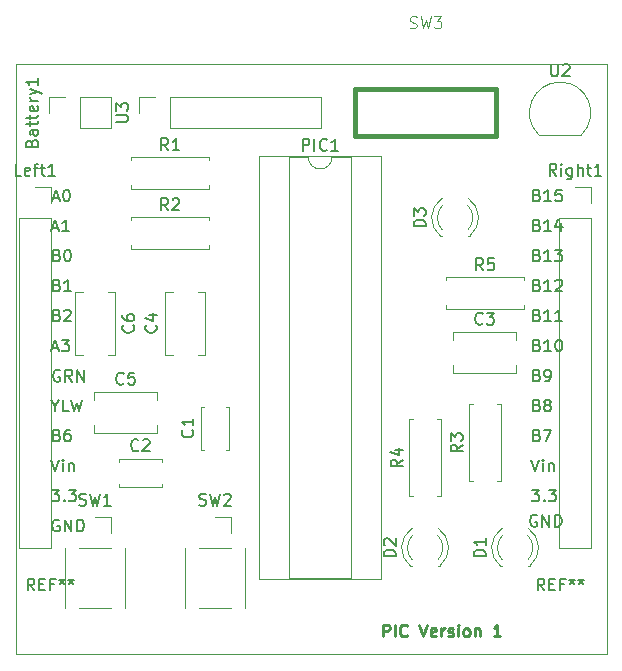
<source format=gbr>
%TF.GenerationSoftware,KiCad,Pcbnew,7.0.1-0*%
%TF.CreationDate,2023-04-17T19:21:01-05:00*%
%TF.ProjectId,project,70726f6a-6563-4742-9e6b-696361645f70,rev?*%
%TF.SameCoordinates,Original*%
%TF.FileFunction,Legend,Top*%
%TF.FilePolarity,Positive*%
%FSLAX46Y46*%
G04 Gerber Fmt 4.6, Leading zero omitted, Abs format (unit mm)*
G04 Created by KiCad (PCBNEW 7.0.1-0) date 2023-04-17 19:21:01*
%MOMM*%
%LPD*%
G01*
G04 APERTURE LIST*
%ADD10C,0.250000*%
%ADD11C,0.150000*%
%ADD12C,0.100000*%
%ADD13C,0.120000*%
%ADD14C,0.400000*%
%TA.AperFunction,Profile*%
%ADD15C,0.100000*%
%TD*%
G04 APERTURE END LIST*
D10*
X131048095Y-148467619D02*
X131048095Y-147467619D01*
X131048095Y-147467619D02*
X131429047Y-147467619D01*
X131429047Y-147467619D02*
X131524285Y-147515238D01*
X131524285Y-147515238D02*
X131571904Y-147562857D01*
X131571904Y-147562857D02*
X131619523Y-147658095D01*
X131619523Y-147658095D02*
X131619523Y-147800952D01*
X131619523Y-147800952D02*
X131571904Y-147896190D01*
X131571904Y-147896190D02*
X131524285Y-147943809D01*
X131524285Y-147943809D02*
X131429047Y-147991428D01*
X131429047Y-147991428D02*
X131048095Y-147991428D01*
X132048095Y-148467619D02*
X132048095Y-147467619D01*
X133095713Y-148372380D02*
X133048094Y-148420000D01*
X133048094Y-148420000D02*
X132905237Y-148467619D01*
X132905237Y-148467619D02*
X132809999Y-148467619D01*
X132809999Y-148467619D02*
X132667142Y-148420000D01*
X132667142Y-148420000D02*
X132571904Y-148324761D01*
X132571904Y-148324761D02*
X132524285Y-148229523D01*
X132524285Y-148229523D02*
X132476666Y-148039047D01*
X132476666Y-148039047D02*
X132476666Y-147896190D01*
X132476666Y-147896190D02*
X132524285Y-147705714D01*
X132524285Y-147705714D02*
X132571904Y-147610476D01*
X132571904Y-147610476D02*
X132667142Y-147515238D01*
X132667142Y-147515238D02*
X132809999Y-147467619D01*
X132809999Y-147467619D02*
X132905237Y-147467619D01*
X132905237Y-147467619D02*
X133048094Y-147515238D01*
X133048094Y-147515238D02*
X133095713Y-147562857D01*
X134143333Y-147467619D02*
X134476666Y-148467619D01*
X134476666Y-148467619D02*
X134809999Y-147467619D01*
X135524285Y-148420000D02*
X135429047Y-148467619D01*
X135429047Y-148467619D02*
X135238571Y-148467619D01*
X135238571Y-148467619D02*
X135143333Y-148420000D01*
X135143333Y-148420000D02*
X135095714Y-148324761D01*
X135095714Y-148324761D02*
X135095714Y-147943809D01*
X135095714Y-147943809D02*
X135143333Y-147848571D01*
X135143333Y-147848571D02*
X135238571Y-147800952D01*
X135238571Y-147800952D02*
X135429047Y-147800952D01*
X135429047Y-147800952D02*
X135524285Y-147848571D01*
X135524285Y-147848571D02*
X135571904Y-147943809D01*
X135571904Y-147943809D02*
X135571904Y-148039047D01*
X135571904Y-148039047D02*
X135095714Y-148134285D01*
X136000476Y-148467619D02*
X136000476Y-147800952D01*
X136000476Y-147991428D02*
X136048095Y-147896190D01*
X136048095Y-147896190D02*
X136095714Y-147848571D01*
X136095714Y-147848571D02*
X136190952Y-147800952D01*
X136190952Y-147800952D02*
X136286190Y-147800952D01*
X136571905Y-148420000D02*
X136667143Y-148467619D01*
X136667143Y-148467619D02*
X136857619Y-148467619D01*
X136857619Y-148467619D02*
X136952857Y-148420000D01*
X136952857Y-148420000D02*
X137000476Y-148324761D01*
X137000476Y-148324761D02*
X137000476Y-148277142D01*
X137000476Y-148277142D02*
X136952857Y-148181904D01*
X136952857Y-148181904D02*
X136857619Y-148134285D01*
X136857619Y-148134285D02*
X136714762Y-148134285D01*
X136714762Y-148134285D02*
X136619524Y-148086666D01*
X136619524Y-148086666D02*
X136571905Y-147991428D01*
X136571905Y-147991428D02*
X136571905Y-147943809D01*
X136571905Y-147943809D02*
X136619524Y-147848571D01*
X136619524Y-147848571D02*
X136714762Y-147800952D01*
X136714762Y-147800952D02*
X136857619Y-147800952D01*
X136857619Y-147800952D02*
X136952857Y-147848571D01*
X137429048Y-148467619D02*
X137429048Y-147800952D01*
X137429048Y-147467619D02*
X137381429Y-147515238D01*
X137381429Y-147515238D02*
X137429048Y-147562857D01*
X137429048Y-147562857D02*
X137476667Y-147515238D01*
X137476667Y-147515238D02*
X137429048Y-147467619D01*
X137429048Y-147467619D02*
X137429048Y-147562857D01*
X138048095Y-148467619D02*
X137952857Y-148420000D01*
X137952857Y-148420000D02*
X137905238Y-148372380D01*
X137905238Y-148372380D02*
X137857619Y-148277142D01*
X137857619Y-148277142D02*
X137857619Y-147991428D01*
X137857619Y-147991428D02*
X137905238Y-147896190D01*
X137905238Y-147896190D02*
X137952857Y-147848571D01*
X137952857Y-147848571D02*
X138048095Y-147800952D01*
X138048095Y-147800952D02*
X138190952Y-147800952D01*
X138190952Y-147800952D02*
X138286190Y-147848571D01*
X138286190Y-147848571D02*
X138333809Y-147896190D01*
X138333809Y-147896190D02*
X138381428Y-147991428D01*
X138381428Y-147991428D02*
X138381428Y-148277142D01*
X138381428Y-148277142D02*
X138333809Y-148372380D01*
X138333809Y-148372380D02*
X138286190Y-148420000D01*
X138286190Y-148420000D02*
X138190952Y-148467619D01*
X138190952Y-148467619D02*
X138048095Y-148467619D01*
X138810000Y-147800952D02*
X138810000Y-148467619D01*
X138810000Y-147896190D02*
X138857619Y-147848571D01*
X138857619Y-147848571D02*
X138952857Y-147800952D01*
X138952857Y-147800952D02*
X139095714Y-147800952D01*
X139095714Y-147800952D02*
X139190952Y-147848571D01*
X139190952Y-147848571D02*
X139238571Y-147943809D01*
X139238571Y-147943809D02*
X139238571Y-148467619D01*
X141000476Y-148467619D02*
X140429048Y-148467619D01*
X140714762Y-148467619D02*
X140714762Y-147467619D01*
X140714762Y-147467619D02*
X140619524Y-147610476D01*
X140619524Y-147610476D02*
X140524286Y-147705714D01*
X140524286Y-147705714D02*
X140429048Y-147753333D01*
D11*
X103631904Y-138625238D02*
X103536666Y-138577619D01*
X103536666Y-138577619D02*
X103393809Y-138577619D01*
X103393809Y-138577619D02*
X103250952Y-138625238D01*
X103250952Y-138625238D02*
X103155714Y-138720476D01*
X103155714Y-138720476D02*
X103108095Y-138815714D01*
X103108095Y-138815714D02*
X103060476Y-139006190D01*
X103060476Y-139006190D02*
X103060476Y-139149047D01*
X103060476Y-139149047D02*
X103108095Y-139339523D01*
X103108095Y-139339523D02*
X103155714Y-139434761D01*
X103155714Y-139434761D02*
X103250952Y-139530000D01*
X103250952Y-139530000D02*
X103393809Y-139577619D01*
X103393809Y-139577619D02*
X103489047Y-139577619D01*
X103489047Y-139577619D02*
X103631904Y-139530000D01*
X103631904Y-139530000D02*
X103679523Y-139482380D01*
X103679523Y-139482380D02*
X103679523Y-139149047D01*
X103679523Y-139149047D02*
X103489047Y-139149047D01*
X104108095Y-139577619D02*
X104108095Y-138577619D01*
X104108095Y-138577619D02*
X104679523Y-139577619D01*
X104679523Y-139577619D02*
X104679523Y-138577619D01*
X105155714Y-139577619D02*
X105155714Y-138577619D01*
X105155714Y-138577619D02*
X105393809Y-138577619D01*
X105393809Y-138577619D02*
X105536666Y-138625238D01*
X105536666Y-138625238D02*
X105631904Y-138720476D01*
X105631904Y-138720476D02*
X105679523Y-138815714D01*
X105679523Y-138815714D02*
X105727142Y-139006190D01*
X105727142Y-139006190D02*
X105727142Y-139149047D01*
X105727142Y-139149047D02*
X105679523Y-139339523D01*
X105679523Y-139339523D02*
X105631904Y-139434761D01*
X105631904Y-139434761D02*
X105536666Y-139530000D01*
X105536666Y-139530000D02*
X105393809Y-139577619D01*
X105393809Y-139577619D02*
X105155714Y-139577619D01*
X103012857Y-136037619D02*
X103631904Y-136037619D01*
X103631904Y-136037619D02*
X103298571Y-136418571D01*
X103298571Y-136418571D02*
X103441428Y-136418571D01*
X103441428Y-136418571D02*
X103536666Y-136466190D01*
X103536666Y-136466190D02*
X103584285Y-136513809D01*
X103584285Y-136513809D02*
X103631904Y-136609047D01*
X103631904Y-136609047D02*
X103631904Y-136847142D01*
X103631904Y-136847142D02*
X103584285Y-136942380D01*
X103584285Y-136942380D02*
X103536666Y-136990000D01*
X103536666Y-136990000D02*
X103441428Y-137037619D01*
X103441428Y-137037619D02*
X103155714Y-137037619D01*
X103155714Y-137037619D02*
X103060476Y-136990000D01*
X103060476Y-136990000D02*
X103012857Y-136942380D01*
X104060476Y-136942380D02*
X104108095Y-136990000D01*
X104108095Y-136990000D02*
X104060476Y-137037619D01*
X104060476Y-137037619D02*
X104012857Y-136990000D01*
X104012857Y-136990000D02*
X104060476Y-136942380D01*
X104060476Y-136942380D02*
X104060476Y-137037619D01*
X104441428Y-136037619D02*
X105060475Y-136037619D01*
X105060475Y-136037619D02*
X104727142Y-136418571D01*
X104727142Y-136418571D02*
X104869999Y-136418571D01*
X104869999Y-136418571D02*
X104965237Y-136466190D01*
X104965237Y-136466190D02*
X105012856Y-136513809D01*
X105012856Y-136513809D02*
X105060475Y-136609047D01*
X105060475Y-136609047D02*
X105060475Y-136847142D01*
X105060475Y-136847142D02*
X105012856Y-136942380D01*
X105012856Y-136942380D02*
X104965237Y-136990000D01*
X104965237Y-136990000D02*
X104869999Y-137037619D01*
X104869999Y-137037619D02*
X104584285Y-137037619D01*
X104584285Y-137037619D02*
X104489047Y-136990000D01*
X104489047Y-136990000D02*
X104441428Y-136942380D01*
X102965238Y-133497619D02*
X103298571Y-134497619D01*
X103298571Y-134497619D02*
X103631904Y-133497619D01*
X103965238Y-134497619D02*
X103965238Y-133830952D01*
X103965238Y-133497619D02*
X103917619Y-133545238D01*
X103917619Y-133545238D02*
X103965238Y-133592857D01*
X103965238Y-133592857D02*
X104012857Y-133545238D01*
X104012857Y-133545238D02*
X103965238Y-133497619D01*
X103965238Y-133497619D02*
X103965238Y-133592857D01*
X104441428Y-133830952D02*
X104441428Y-134497619D01*
X104441428Y-133926190D02*
X104489047Y-133878571D01*
X104489047Y-133878571D02*
X104584285Y-133830952D01*
X104584285Y-133830952D02*
X104727142Y-133830952D01*
X104727142Y-133830952D02*
X104822380Y-133878571D01*
X104822380Y-133878571D02*
X104869999Y-133973809D01*
X104869999Y-133973809D02*
X104869999Y-134497619D01*
X103441428Y-131433809D02*
X103584285Y-131481428D01*
X103584285Y-131481428D02*
X103631904Y-131529047D01*
X103631904Y-131529047D02*
X103679523Y-131624285D01*
X103679523Y-131624285D02*
X103679523Y-131767142D01*
X103679523Y-131767142D02*
X103631904Y-131862380D01*
X103631904Y-131862380D02*
X103584285Y-131910000D01*
X103584285Y-131910000D02*
X103489047Y-131957619D01*
X103489047Y-131957619D02*
X103108095Y-131957619D01*
X103108095Y-131957619D02*
X103108095Y-130957619D01*
X103108095Y-130957619D02*
X103441428Y-130957619D01*
X103441428Y-130957619D02*
X103536666Y-131005238D01*
X103536666Y-131005238D02*
X103584285Y-131052857D01*
X103584285Y-131052857D02*
X103631904Y-131148095D01*
X103631904Y-131148095D02*
X103631904Y-131243333D01*
X103631904Y-131243333D02*
X103584285Y-131338571D01*
X103584285Y-131338571D02*
X103536666Y-131386190D01*
X103536666Y-131386190D02*
X103441428Y-131433809D01*
X103441428Y-131433809D02*
X103108095Y-131433809D01*
X104536666Y-130957619D02*
X104346190Y-130957619D01*
X104346190Y-130957619D02*
X104250952Y-131005238D01*
X104250952Y-131005238D02*
X104203333Y-131052857D01*
X104203333Y-131052857D02*
X104108095Y-131195714D01*
X104108095Y-131195714D02*
X104060476Y-131386190D01*
X104060476Y-131386190D02*
X104060476Y-131767142D01*
X104060476Y-131767142D02*
X104108095Y-131862380D01*
X104108095Y-131862380D02*
X104155714Y-131910000D01*
X104155714Y-131910000D02*
X104250952Y-131957619D01*
X104250952Y-131957619D02*
X104441428Y-131957619D01*
X104441428Y-131957619D02*
X104536666Y-131910000D01*
X104536666Y-131910000D02*
X104584285Y-131862380D01*
X104584285Y-131862380D02*
X104631904Y-131767142D01*
X104631904Y-131767142D02*
X104631904Y-131529047D01*
X104631904Y-131529047D02*
X104584285Y-131433809D01*
X104584285Y-131433809D02*
X104536666Y-131386190D01*
X104536666Y-131386190D02*
X104441428Y-131338571D01*
X104441428Y-131338571D02*
X104250952Y-131338571D01*
X104250952Y-131338571D02*
X104155714Y-131386190D01*
X104155714Y-131386190D02*
X104108095Y-131433809D01*
X104108095Y-131433809D02*
X104060476Y-131529047D01*
X103298571Y-128941428D02*
X103298571Y-129417619D01*
X102965238Y-128417619D02*
X103298571Y-128941428D01*
X103298571Y-128941428D02*
X103631904Y-128417619D01*
X104441428Y-129417619D02*
X103965238Y-129417619D01*
X103965238Y-129417619D02*
X103965238Y-128417619D01*
X104679524Y-128417619D02*
X104917619Y-129417619D01*
X104917619Y-129417619D02*
X105108095Y-128703333D01*
X105108095Y-128703333D02*
X105298571Y-129417619D01*
X105298571Y-129417619D02*
X105536667Y-128417619D01*
X103691904Y-125955238D02*
X103596666Y-125907619D01*
X103596666Y-125907619D02*
X103453809Y-125907619D01*
X103453809Y-125907619D02*
X103310952Y-125955238D01*
X103310952Y-125955238D02*
X103215714Y-126050476D01*
X103215714Y-126050476D02*
X103168095Y-126145714D01*
X103168095Y-126145714D02*
X103120476Y-126336190D01*
X103120476Y-126336190D02*
X103120476Y-126479047D01*
X103120476Y-126479047D02*
X103168095Y-126669523D01*
X103168095Y-126669523D02*
X103215714Y-126764761D01*
X103215714Y-126764761D02*
X103310952Y-126860000D01*
X103310952Y-126860000D02*
X103453809Y-126907619D01*
X103453809Y-126907619D02*
X103549047Y-126907619D01*
X103549047Y-126907619D02*
X103691904Y-126860000D01*
X103691904Y-126860000D02*
X103739523Y-126812380D01*
X103739523Y-126812380D02*
X103739523Y-126479047D01*
X103739523Y-126479047D02*
X103549047Y-126479047D01*
X104739523Y-126907619D02*
X104406190Y-126431428D01*
X104168095Y-126907619D02*
X104168095Y-125907619D01*
X104168095Y-125907619D02*
X104549047Y-125907619D01*
X104549047Y-125907619D02*
X104644285Y-125955238D01*
X104644285Y-125955238D02*
X104691904Y-126002857D01*
X104691904Y-126002857D02*
X104739523Y-126098095D01*
X104739523Y-126098095D02*
X104739523Y-126240952D01*
X104739523Y-126240952D02*
X104691904Y-126336190D01*
X104691904Y-126336190D02*
X104644285Y-126383809D01*
X104644285Y-126383809D02*
X104549047Y-126431428D01*
X104549047Y-126431428D02*
X104168095Y-126431428D01*
X105168095Y-126907619D02*
X105168095Y-125907619D01*
X105168095Y-125907619D02*
X105739523Y-126907619D01*
X105739523Y-126907619D02*
X105739523Y-125907619D01*
X103060476Y-124051904D02*
X103536666Y-124051904D01*
X102965238Y-124337619D02*
X103298571Y-123337619D01*
X103298571Y-123337619D02*
X103631904Y-124337619D01*
X103870000Y-123337619D02*
X104489047Y-123337619D01*
X104489047Y-123337619D02*
X104155714Y-123718571D01*
X104155714Y-123718571D02*
X104298571Y-123718571D01*
X104298571Y-123718571D02*
X104393809Y-123766190D01*
X104393809Y-123766190D02*
X104441428Y-123813809D01*
X104441428Y-123813809D02*
X104489047Y-123909047D01*
X104489047Y-123909047D02*
X104489047Y-124147142D01*
X104489047Y-124147142D02*
X104441428Y-124242380D01*
X104441428Y-124242380D02*
X104393809Y-124290000D01*
X104393809Y-124290000D02*
X104298571Y-124337619D01*
X104298571Y-124337619D02*
X104012857Y-124337619D01*
X104012857Y-124337619D02*
X103917619Y-124290000D01*
X103917619Y-124290000D02*
X103870000Y-124242380D01*
X103441428Y-121273809D02*
X103584285Y-121321428D01*
X103584285Y-121321428D02*
X103631904Y-121369047D01*
X103631904Y-121369047D02*
X103679523Y-121464285D01*
X103679523Y-121464285D02*
X103679523Y-121607142D01*
X103679523Y-121607142D02*
X103631904Y-121702380D01*
X103631904Y-121702380D02*
X103584285Y-121750000D01*
X103584285Y-121750000D02*
X103489047Y-121797619D01*
X103489047Y-121797619D02*
X103108095Y-121797619D01*
X103108095Y-121797619D02*
X103108095Y-120797619D01*
X103108095Y-120797619D02*
X103441428Y-120797619D01*
X103441428Y-120797619D02*
X103536666Y-120845238D01*
X103536666Y-120845238D02*
X103584285Y-120892857D01*
X103584285Y-120892857D02*
X103631904Y-120988095D01*
X103631904Y-120988095D02*
X103631904Y-121083333D01*
X103631904Y-121083333D02*
X103584285Y-121178571D01*
X103584285Y-121178571D02*
X103536666Y-121226190D01*
X103536666Y-121226190D02*
X103441428Y-121273809D01*
X103441428Y-121273809D02*
X103108095Y-121273809D01*
X104060476Y-120892857D02*
X104108095Y-120845238D01*
X104108095Y-120845238D02*
X104203333Y-120797619D01*
X104203333Y-120797619D02*
X104441428Y-120797619D01*
X104441428Y-120797619D02*
X104536666Y-120845238D01*
X104536666Y-120845238D02*
X104584285Y-120892857D01*
X104584285Y-120892857D02*
X104631904Y-120988095D01*
X104631904Y-120988095D02*
X104631904Y-121083333D01*
X104631904Y-121083333D02*
X104584285Y-121226190D01*
X104584285Y-121226190D02*
X104012857Y-121797619D01*
X104012857Y-121797619D02*
X104631904Y-121797619D01*
X103441428Y-118733809D02*
X103584285Y-118781428D01*
X103584285Y-118781428D02*
X103631904Y-118829047D01*
X103631904Y-118829047D02*
X103679523Y-118924285D01*
X103679523Y-118924285D02*
X103679523Y-119067142D01*
X103679523Y-119067142D02*
X103631904Y-119162380D01*
X103631904Y-119162380D02*
X103584285Y-119210000D01*
X103584285Y-119210000D02*
X103489047Y-119257619D01*
X103489047Y-119257619D02*
X103108095Y-119257619D01*
X103108095Y-119257619D02*
X103108095Y-118257619D01*
X103108095Y-118257619D02*
X103441428Y-118257619D01*
X103441428Y-118257619D02*
X103536666Y-118305238D01*
X103536666Y-118305238D02*
X103584285Y-118352857D01*
X103584285Y-118352857D02*
X103631904Y-118448095D01*
X103631904Y-118448095D02*
X103631904Y-118543333D01*
X103631904Y-118543333D02*
X103584285Y-118638571D01*
X103584285Y-118638571D02*
X103536666Y-118686190D01*
X103536666Y-118686190D02*
X103441428Y-118733809D01*
X103441428Y-118733809D02*
X103108095Y-118733809D01*
X104631904Y-119257619D02*
X104060476Y-119257619D01*
X104346190Y-119257619D02*
X104346190Y-118257619D01*
X104346190Y-118257619D02*
X104250952Y-118400476D01*
X104250952Y-118400476D02*
X104155714Y-118495714D01*
X104155714Y-118495714D02*
X104060476Y-118543333D01*
X103441428Y-116193809D02*
X103584285Y-116241428D01*
X103584285Y-116241428D02*
X103631904Y-116289047D01*
X103631904Y-116289047D02*
X103679523Y-116384285D01*
X103679523Y-116384285D02*
X103679523Y-116527142D01*
X103679523Y-116527142D02*
X103631904Y-116622380D01*
X103631904Y-116622380D02*
X103584285Y-116670000D01*
X103584285Y-116670000D02*
X103489047Y-116717619D01*
X103489047Y-116717619D02*
X103108095Y-116717619D01*
X103108095Y-116717619D02*
X103108095Y-115717619D01*
X103108095Y-115717619D02*
X103441428Y-115717619D01*
X103441428Y-115717619D02*
X103536666Y-115765238D01*
X103536666Y-115765238D02*
X103584285Y-115812857D01*
X103584285Y-115812857D02*
X103631904Y-115908095D01*
X103631904Y-115908095D02*
X103631904Y-116003333D01*
X103631904Y-116003333D02*
X103584285Y-116098571D01*
X103584285Y-116098571D02*
X103536666Y-116146190D01*
X103536666Y-116146190D02*
X103441428Y-116193809D01*
X103441428Y-116193809D02*
X103108095Y-116193809D01*
X104298571Y-115717619D02*
X104393809Y-115717619D01*
X104393809Y-115717619D02*
X104489047Y-115765238D01*
X104489047Y-115765238D02*
X104536666Y-115812857D01*
X104536666Y-115812857D02*
X104584285Y-115908095D01*
X104584285Y-115908095D02*
X104631904Y-116098571D01*
X104631904Y-116098571D02*
X104631904Y-116336666D01*
X104631904Y-116336666D02*
X104584285Y-116527142D01*
X104584285Y-116527142D02*
X104536666Y-116622380D01*
X104536666Y-116622380D02*
X104489047Y-116670000D01*
X104489047Y-116670000D02*
X104393809Y-116717619D01*
X104393809Y-116717619D02*
X104298571Y-116717619D01*
X104298571Y-116717619D02*
X104203333Y-116670000D01*
X104203333Y-116670000D02*
X104155714Y-116622380D01*
X104155714Y-116622380D02*
X104108095Y-116527142D01*
X104108095Y-116527142D02*
X104060476Y-116336666D01*
X104060476Y-116336666D02*
X104060476Y-116098571D01*
X104060476Y-116098571D02*
X104108095Y-115908095D01*
X104108095Y-115908095D02*
X104155714Y-115812857D01*
X104155714Y-115812857D02*
X104203333Y-115765238D01*
X104203333Y-115765238D02*
X104298571Y-115717619D01*
X103060476Y-113891904D02*
X103536666Y-113891904D01*
X102965238Y-114177619D02*
X103298571Y-113177619D01*
X103298571Y-113177619D02*
X103631904Y-114177619D01*
X104489047Y-114177619D02*
X103917619Y-114177619D01*
X104203333Y-114177619D02*
X104203333Y-113177619D01*
X104203333Y-113177619D02*
X104108095Y-113320476D01*
X104108095Y-113320476D02*
X104012857Y-113415714D01*
X104012857Y-113415714D02*
X103917619Y-113463333D01*
X103120476Y-111351904D02*
X103596666Y-111351904D01*
X103025238Y-111637619D02*
X103358571Y-110637619D01*
X103358571Y-110637619D02*
X103691904Y-111637619D01*
X104215714Y-110637619D02*
X104310952Y-110637619D01*
X104310952Y-110637619D02*
X104406190Y-110685238D01*
X104406190Y-110685238D02*
X104453809Y-110732857D01*
X104453809Y-110732857D02*
X104501428Y-110828095D01*
X104501428Y-110828095D02*
X104549047Y-111018571D01*
X104549047Y-111018571D02*
X104549047Y-111256666D01*
X104549047Y-111256666D02*
X104501428Y-111447142D01*
X104501428Y-111447142D02*
X104453809Y-111542380D01*
X104453809Y-111542380D02*
X104406190Y-111590000D01*
X104406190Y-111590000D02*
X104310952Y-111637619D01*
X104310952Y-111637619D02*
X104215714Y-111637619D01*
X104215714Y-111637619D02*
X104120476Y-111590000D01*
X104120476Y-111590000D02*
X104072857Y-111542380D01*
X104072857Y-111542380D02*
X104025238Y-111447142D01*
X104025238Y-111447142D02*
X103977619Y-111256666D01*
X103977619Y-111256666D02*
X103977619Y-111018571D01*
X103977619Y-111018571D02*
X104025238Y-110828095D01*
X104025238Y-110828095D02*
X104072857Y-110732857D01*
X104072857Y-110732857D02*
X104120476Y-110685238D01*
X104120476Y-110685238D02*
X104215714Y-110637619D01*
X144080512Y-138222903D02*
X143985274Y-138175284D01*
X143985274Y-138175284D02*
X143842417Y-138175284D01*
X143842417Y-138175284D02*
X143699560Y-138222903D01*
X143699560Y-138222903D02*
X143604322Y-138318141D01*
X143604322Y-138318141D02*
X143556703Y-138413379D01*
X143556703Y-138413379D02*
X143509084Y-138603855D01*
X143509084Y-138603855D02*
X143509084Y-138746712D01*
X143509084Y-138746712D02*
X143556703Y-138937188D01*
X143556703Y-138937188D02*
X143604322Y-139032426D01*
X143604322Y-139032426D02*
X143699560Y-139127665D01*
X143699560Y-139127665D02*
X143842417Y-139175284D01*
X143842417Y-139175284D02*
X143937655Y-139175284D01*
X143937655Y-139175284D02*
X144080512Y-139127665D01*
X144080512Y-139127665D02*
X144128131Y-139080045D01*
X144128131Y-139080045D02*
X144128131Y-138746712D01*
X144128131Y-138746712D02*
X143937655Y-138746712D01*
X144556703Y-139175284D02*
X144556703Y-138175284D01*
X144556703Y-138175284D02*
X145128131Y-139175284D01*
X145128131Y-139175284D02*
X145128131Y-138175284D01*
X145604322Y-139175284D02*
X145604322Y-138175284D01*
X145604322Y-138175284D02*
X145842417Y-138175284D01*
X145842417Y-138175284D02*
X145985274Y-138222903D01*
X145985274Y-138222903D02*
X146080512Y-138318141D01*
X146080512Y-138318141D02*
X146128131Y-138413379D01*
X146128131Y-138413379D02*
X146175750Y-138603855D01*
X146175750Y-138603855D02*
X146175750Y-138746712D01*
X146175750Y-138746712D02*
X146128131Y-138937188D01*
X146128131Y-138937188D02*
X146080512Y-139032426D01*
X146080512Y-139032426D02*
X145985274Y-139127665D01*
X145985274Y-139127665D02*
X145842417Y-139175284D01*
X145842417Y-139175284D02*
X145604322Y-139175284D01*
X143652857Y-136037619D02*
X144271904Y-136037619D01*
X144271904Y-136037619D02*
X143938571Y-136418571D01*
X143938571Y-136418571D02*
X144081428Y-136418571D01*
X144081428Y-136418571D02*
X144176666Y-136466190D01*
X144176666Y-136466190D02*
X144224285Y-136513809D01*
X144224285Y-136513809D02*
X144271904Y-136609047D01*
X144271904Y-136609047D02*
X144271904Y-136847142D01*
X144271904Y-136847142D02*
X144224285Y-136942380D01*
X144224285Y-136942380D02*
X144176666Y-136990000D01*
X144176666Y-136990000D02*
X144081428Y-137037619D01*
X144081428Y-137037619D02*
X143795714Y-137037619D01*
X143795714Y-137037619D02*
X143700476Y-136990000D01*
X143700476Y-136990000D02*
X143652857Y-136942380D01*
X144700476Y-136942380D02*
X144748095Y-136990000D01*
X144748095Y-136990000D02*
X144700476Y-137037619D01*
X144700476Y-137037619D02*
X144652857Y-136990000D01*
X144652857Y-136990000D02*
X144700476Y-136942380D01*
X144700476Y-136942380D02*
X144700476Y-137037619D01*
X145081428Y-136037619D02*
X145700475Y-136037619D01*
X145700475Y-136037619D02*
X145367142Y-136418571D01*
X145367142Y-136418571D02*
X145509999Y-136418571D01*
X145509999Y-136418571D02*
X145605237Y-136466190D01*
X145605237Y-136466190D02*
X145652856Y-136513809D01*
X145652856Y-136513809D02*
X145700475Y-136609047D01*
X145700475Y-136609047D02*
X145700475Y-136847142D01*
X145700475Y-136847142D02*
X145652856Y-136942380D01*
X145652856Y-136942380D02*
X145605237Y-136990000D01*
X145605237Y-136990000D02*
X145509999Y-137037619D01*
X145509999Y-137037619D02*
X145224285Y-137037619D01*
X145224285Y-137037619D02*
X145129047Y-136990000D01*
X145129047Y-136990000D02*
X145081428Y-136942380D01*
X143605238Y-133497619D02*
X143938571Y-134497619D01*
X143938571Y-134497619D02*
X144271904Y-133497619D01*
X144605238Y-134497619D02*
X144605238Y-133830952D01*
X144605238Y-133497619D02*
X144557619Y-133545238D01*
X144557619Y-133545238D02*
X144605238Y-133592857D01*
X144605238Y-133592857D02*
X144652857Y-133545238D01*
X144652857Y-133545238D02*
X144605238Y-133497619D01*
X144605238Y-133497619D02*
X144605238Y-133592857D01*
X145081428Y-133830952D02*
X145081428Y-134497619D01*
X145081428Y-133926190D02*
X145129047Y-133878571D01*
X145129047Y-133878571D02*
X145224285Y-133830952D01*
X145224285Y-133830952D02*
X145367142Y-133830952D01*
X145367142Y-133830952D02*
X145462380Y-133878571D01*
X145462380Y-133878571D02*
X145509999Y-133973809D01*
X145509999Y-133973809D02*
X145509999Y-134497619D01*
X144081428Y-131433809D02*
X144224285Y-131481428D01*
X144224285Y-131481428D02*
X144271904Y-131529047D01*
X144271904Y-131529047D02*
X144319523Y-131624285D01*
X144319523Y-131624285D02*
X144319523Y-131767142D01*
X144319523Y-131767142D02*
X144271904Y-131862380D01*
X144271904Y-131862380D02*
X144224285Y-131910000D01*
X144224285Y-131910000D02*
X144129047Y-131957619D01*
X144129047Y-131957619D02*
X143748095Y-131957619D01*
X143748095Y-131957619D02*
X143748095Y-130957619D01*
X143748095Y-130957619D02*
X144081428Y-130957619D01*
X144081428Y-130957619D02*
X144176666Y-131005238D01*
X144176666Y-131005238D02*
X144224285Y-131052857D01*
X144224285Y-131052857D02*
X144271904Y-131148095D01*
X144271904Y-131148095D02*
X144271904Y-131243333D01*
X144271904Y-131243333D02*
X144224285Y-131338571D01*
X144224285Y-131338571D02*
X144176666Y-131386190D01*
X144176666Y-131386190D02*
X144081428Y-131433809D01*
X144081428Y-131433809D02*
X143748095Y-131433809D01*
X144652857Y-130957619D02*
X145319523Y-130957619D01*
X145319523Y-130957619D02*
X144890952Y-131957619D01*
X144081428Y-128893809D02*
X144224285Y-128941428D01*
X144224285Y-128941428D02*
X144271904Y-128989047D01*
X144271904Y-128989047D02*
X144319523Y-129084285D01*
X144319523Y-129084285D02*
X144319523Y-129227142D01*
X144319523Y-129227142D02*
X144271904Y-129322380D01*
X144271904Y-129322380D02*
X144224285Y-129370000D01*
X144224285Y-129370000D02*
X144129047Y-129417619D01*
X144129047Y-129417619D02*
X143748095Y-129417619D01*
X143748095Y-129417619D02*
X143748095Y-128417619D01*
X143748095Y-128417619D02*
X144081428Y-128417619D01*
X144081428Y-128417619D02*
X144176666Y-128465238D01*
X144176666Y-128465238D02*
X144224285Y-128512857D01*
X144224285Y-128512857D02*
X144271904Y-128608095D01*
X144271904Y-128608095D02*
X144271904Y-128703333D01*
X144271904Y-128703333D02*
X144224285Y-128798571D01*
X144224285Y-128798571D02*
X144176666Y-128846190D01*
X144176666Y-128846190D02*
X144081428Y-128893809D01*
X144081428Y-128893809D02*
X143748095Y-128893809D01*
X144890952Y-128846190D02*
X144795714Y-128798571D01*
X144795714Y-128798571D02*
X144748095Y-128750952D01*
X144748095Y-128750952D02*
X144700476Y-128655714D01*
X144700476Y-128655714D02*
X144700476Y-128608095D01*
X144700476Y-128608095D02*
X144748095Y-128512857D01*
X144748095Y-128512857D02*
X144795714Y-128465238D01*
X144795714Y-128465238D02*
X144890952Y-128417619D01*
X144890952Y-128417619D02*
X145081428Y-128417619D01*
X145081428Y-128417619D02*
X145176666Y-128465238D01*
X145176666Y-128465238D02*
X145224285Y-128512857D01*
X145224285Y-128512857D02*
X145271904Y-128608095D01*
X145271904Y-128608095D02*
X145271904Y-128655714D01*
X145271904Y-128655714D02*
X145224285Y-128750952D01*
X145224285Y-128750952D02*
X145176666Y-128798571D01*
X145176666Y-128798571D02*
X145081428Y-128846190D01*
X145081428Y-128846190D02*
X144890952Y-128846190D01*
X144890952Y-128846190D02*
X144795714Y-128893809D01*
X144795714Y-128893809D02*
X144748095Y-128941428D01*
X144748095Y-128941428D02*
X144700476Y-129036666D01*
X144700476Y-129036666D02*
X144700476Y-129227142D01*
X144700476Y-129227142D02*
X144748095Y-129322380D01*
X144748095Y-129322380D02*
X144795714Y-129370000D01*
X144795714Y-129370000D02*
X144890952Y-129417619D01*
X144890952Y-129417619D02*
X145081428Y-129417619D01*
X145081428Y-129417619D02*
X145176666Y-129370000D01*
X145176666Y-129370000D02*
X145224285Y-129322380D01*
X145224285Y-129322380D02*
X145271904Y-129227142D01*
X145271904Y-129227142D02*
X145271904Y-129036666D01*
X145271904Y-129036666D02*
X145224285Y-128941428D01*
X145224285Y-128941428D02*
X145176666Y-128893809D01*
X145176666Y-128893809D02*
X145081428Y-128846190D01*
X144081428Y-126353809D02*
X144224285Y-126401428D01*
X144224285Y-126401428D02*
X144271904Y-126449047D01*
X144271904Y-126449047D02*
X144319523Y-126544285D01*
X144319523Y-126544285D02*
X144319523Y-126687142D01*
X144319523Y-126687142D02*
X144271904Y-126782380D01*
X144271904Y-126782380D02*
X144224285Y-126830000D01*
X144224285Y-126830000D02*
X144129047Y-126877619D01*
X144129047Y-126877619D02*
X143748095Y-126877619D01*
X143748095Y-126877619D02*
X143748095Y-125877619D01*
X143748095Y-125877619D02*
X144081428Y-125877619D01*
X144081428Y-125877619D02*
X144176666Y-125925238D01*
X144176666Y-125925238D02*
X144224285Y-125972857D01*
X144224285Y-125972857D02*
X144271904Y-126068095D01*
X144271904Y-126068095D02*
X144271904Y-126163333D01*
X144271904Y-126163333D02*
X144224285Y-126258571D01*
X144224285Y-126258571D02*
X144176666Y-126306190D01*
X144176666Y-126306190D02*
X144081428Y-126353809D01*
X144081428Y-126353809D02*
X143748095Y-126353809D01*
X144795714Y-126877619D02*
X144986190Y-126877619D01*
X144986190Y-126877619D02*
X145081428Y-126830000D01*
X145081428Y-126830000D02*
X145129047Y-126782380D01*
X145129047Y-126782380D02*
X145224285Y-126639523D01*
X145224285Y-126639523D02*
X145271904Y-126449047D01*
X145271904Y-126449047D02*
X145271904Y-126068095D01*
X145271904Y-126068095D02*
X145224285Y-125972857D01*
X145224285Y-125972857D02*
X145176666Y-125925238D01*
X145176666Y-125925238D02*
X145081428Y-125877619D01*
X145081428Y-125877619D02*
X144890952Y-125877619D01*
X144890952Y-125877619D02*
X144795714Y-125925238D01*
X144795714Y-125925238D02*
X144748095Y-125972857D01*
X144748095Y-125972857D02*
X144700476Y-126068095D01*
X144700476Y-126068095D02*
X144700476Y-126306190D01*
X144700476Y-126306190D02*
X144748095Y-126401428D01*
X144748095Y-126401428D02*
X144795714Y-126449047D01*
X144795714Y-126449047D02*
X144890952Y-126496666D01*
X144890952Y-126496666D02*
X145081428Y-126496666D01*
X145081428Y-126496666D02*
X145176666Y-126449047D01*
X145176666Y-126449047D02*
X145224285Y-126401428D01*
X145224285Y-126401428D02*
X145271904Y-126306190D01*
X144081428Y-123813809D02*
X144224285Y-123861428D01*
X144224285Y-123861428D02*
X144271904Y-123909047D01*
X144271904Y-123909047D02*
X144319523Y-124004285D01*
X144319523Y-124004285D02*
X144319523Y-124147142D01*
X144319523Y-124147142D02*
X144271904Y-124242380D01*
X144271904Y-124242380D02*
X144224285Y-124290000D01*
X144224285Y-124290000D02*
X144129047Y-124337619D01*
X144129047Y-124337619D02*
X143748095Y-124337619D01*
X143748095Y-124337619D02*
X143748095Y-123337619D01*
X143748095Y-123337619D02*
X144081428Y-123337619D01*
X144081428Y-123337619D02*
X144176666Y-123385238D01*
X144176666Y-123385238D02*
X144224285Y-123432857D01*
X144224285Y-123432857D02*
X144271904Y-123528095D01*
X144271904Y-123528095D02*
X144271904Y-123623333D01*
X144271904Y-123623333D02*
X144224285Y-123718571D01*
X144224285Y-123718571D02*
X144176666Y-123766190D01*
X144176666Y-123766190D02*
X144081428Y-123813809D01*
X144081428Y-123813809D02*
X143748095Y-123813809D01*
X145271904Y-124337619D02*
X144700476Y-124337619D01*
X144986190Y-124337619D02*
X144986190Y-123337619D01*
X144986190Y-123337619D02*
X144890952Y-123480476D01*
X144890952Y-123480476D02*
X144795714Y-123575714D01*
X144795714Y-123575714D02*
X144700476Y-123623333D01*
X145890952Y-123337619D02*
X145986190Y-123337619D01*
X145986190Y-123337619D02*
X146081428Y-123385238D01*
X146081428Y-123385238D02*
X146129047Y-123432857D01*
X146129047Y-123432857D02*
X146176666Y-123528095D01*
X146176666Y-123528095D02*
X146224285Y-123718571D01*
X146224285Y-123718571D02*
X146224285Y-123956666D01*
X146224285Y-123956666D02*
X146176666Y-124147142D01*
X146176666Y-124147142D02*
X146129047Y-124242380D01*
X146129047Y-124242380D02*
X146081428Y-124290000D01*
X146081428Y-124290000D02*
X145986190Y-124337619D01*
X145986190Y-124337619D02*
X145890952Y-124337619D01*
X145890952Y-124337619D02*
X145795714Y-124290000D01*
X145795714Y-124290000D02*
X145748095Y-124242380D01*
X145748095Y-124242380D02*
X145700476Y-124147142D01*
X145700476Y-124147142D02*
X145652857Y-123956666D01*
X145652857Y-123956666D02*
X145652857Y-123718571D01*
X145652857Y-123718571D02*
X145700476Y-123528095D01*
X145700476Y-123528095D02*
X145748095Y-123432857D01*
X145748095Y-123432857D02*
X145795714Y-123385238D01*
X145795714Y-123385238D02*
X145890952Y-123337619D01*
X144081428Y-121273809D02*
X144224285Y-121321428D01*
X144224285Y-121321428D02*
X144271904Y-121369047D01*
X144271904Y-121369047D02*
X144319523Y-121464285D01*
X144319523Y-121464285D02*
X144319523Y-121607142D01*
X144319523Y-121607142D02*
X144271904Y-121702380D01*
X144271904Y-121702380D02*
X144224285Y-121750000D01*
X144224285Y-121750000D02*
X144129047Y-121797619D01*
X144129047Y-121797619D02*
X143748095Y-121797619D01*
X143748095Y-121797619D02*
X143748095Y-120797619D01*
X143748095Y-120797619D02*
X144081428Y-120797619D01*
X144081428Y-120797619D02*
X144176666Y-120845238D01*
X144176666Y-120845238D02*
X144224285Y-120892857D01*
X144224285Y-120892857D02*
X144271904Y-120988095D01*
X144271904Y-120988095D02*
X144271904Y-121083333D01*
X144271904Y-121083333D02*
X144224285Y-121178571D01*
X144224285Y-121178571D02*
X144176666Y-121226190D01*
X144176666Y-121226190D02*
X144081428Y-121273809D01*
X144081428Y-121273809D02*
X143748095Y-121273809D01*
X145271904Y-121797619D02*
X144700476Y-121797619D01*
X144986190Y-121797619D02*
X144986190Y-120797619D01*
X144986190Y-120797619D02*
X144890952Y-120940476D01*
X144890952Y-120940476D02*
X144795714Y-121035714D01*
X144795714Y-121035714D02*
X144700476Y-121083333D01*
X146224285Y-121797619D02*
X145652857Y-121797619D01*
X145938571Y-121797619D02*
X145938571Y-120797619D01*
X145938571Y-120797619D02*
X145843333Y-120940476D01*
X145843333Y-120940476D02*
X145748095Y-121035714D01*
X145748095Y-121035714D02*
X145652857Y-121083333D01*
X144081428Y-118733809D02*
X144224285Y-118781428D01*
X144224285Y-118781428D02*
X144271904Y-118829047D01*
X144271904Y-118829047D02*
X144319523Y-118924285D01*
X144319523Y-118924285D02*
X144319523Y-119067142D01*
X144319523Y-119067142D02*
X144271904Y-119162380D01*
X144271904Y-119162380D02*
X144224285Y-119210000D01*
X144224285Y-119210000D02*
X144129047Y-119257619D01*
X144129047Y-119257619D02*
X143748095Y-119257619D01*
X143748095Y-119257619D02*
X143748095Y-118257619D01*
X143748095Y-118257619D02*
X144081428Y-118257619D01*
X144081428Y-118257619D02*
X144176666Y-118305238D01*
X144176666Y-118305238D02*
X144224285Y-118352857D01*
X144224285Y-118352857D02*
X144271904Y-118448095D01*
X144271904Y-118448095D02*
X144271904Y-118543333D01*
X144271904Y-118543333D02*
X144224285Y-118638571D01*
X144224285Y-118638571D02*
X144176666Y-118686190D01*
X144176666Y-118686190D02*
X144081428Y-118733809D01*
X144081428Y-118733809D02*
X143748095Y-118733809D01*
X145271904Y-119257619D02*
X144700476Y-119257619D01*
X144986190Y-119257619D02*
X144986190Y-118257619D01*
X144986190Y-118257619D02*
X144890952Y-118400476D01*
X144890952Y-118400476D02*
X144795714Y-118495714D01*
X144795714Y-118495714D02*
X144700476Y-118543333D01*
X145652857Y-118352857D02*
X145700476Y-118305238D01*
X145700476Y-118305238D02*
X145795714Y-118257619D01*
X145795714Y-118257619D02*
X146033809Y-118257619D01*
X146033809Y-118257619D02*
X146129047Y-118305238D01*
X146129047Y-118305238D02*
X146176666Y-118352857D01*
X146176666Y-118352857D02*
X146224285Y-118448095D01*
X146224285Y-118448095D02*
X146224285Y-118543333D01*
X146224285Y-118543333D02*
X146176666Y-118686190D01*
X146176666Y-118686190D02*
X145605238Y-119257619D01*
X145605238Y-119257619D02*
X146224285Y-119257619D01*
X144081428Y-116193809D02*
X144224285Y-116241428D01*
X144224285Y-116241428D02*
X144271904Y-116289047D01*
X144271904Y-116289047D02*
X144319523Y-116384285D01*
X144319523Y-116384285D02*
X144319523Y-116527142D01*
X144319523Y-116527142D02*
X144271904Y-116622380D01*
X144271904Y-116622380D02*
X144224285Y-116670000D01*
X144224285Y-116670000D02*
X144129047Y-116717619D01*
X144129047Y-116717619D02*
X143748095Y-116717619D01*
X143748095Y-116717619D02*
X143748095Y-115717619D01*
X143748095Y-115717619D02*
X144081428Y-115717619D01*
X144081428Y-115717619D02*
X144176666Y-115765238D01*
X144176666Y-115765238D02*
X144224285Y-115812857D01*
X144224285Y-115812857D02*
X144271904Y-115908095D01*
X144271904Y-115908095D02*
X144271904Y-116003333D01*
X144271904Y-116003333D02*
X144224285Y-116098571D01*
X144224285Y-116098571D02*
X144176666Y-116146190D01*
X144176666Y-116146190D02*
X144081428Y-116193809D01*
X144081428Y-116193809D02*
X143748095Y-116193809D01*
X145271904Y-116717619D02*
X144700476Y-116717619D01*
X144986190Y-116717619D02*
X144986190Y-115717619D01*
X144986190Y-115717619D02*
X144890952Y-115860476D01*
X144890952Y-115860476D02*
X144795714Y-115955714D01*
X144795714Y-115955714D02*
X144700476Y-116003333D01*
X145605238Y-115717619D02*
X146224285Y-115717619D01*
X146224285Y-115717619D02*
X145890952Y-116098571D01*
X145890952Y-116098571D02*
X146033809Y-116098571D01*
X146033809Y-116098571D02*
X146129047Y-116146190D01*
X146129047Y-116146190D02*
X146176666Y-116193809D01*
X146176666Y-116193809D02*
X146224285Y-116289047D01*
X146224285Y-116289047D02*
X146224285Y-116527142D01*
X146224285Y-116527142D02*
X146176666Y-116622380D01*
X146176666Y-116622380D02*
X146129047Y-116670000D01*
X146129047Y-116670000D02*
X146033809Y-116717619D01*
X146033809Y-116717619D02*
X145748095Y-116717619D01*
X145748095Y-116717619D02*
X145652857Y-116670000D01*
X145652857Y-116670000D02*
X145605238Y-116622380D01*
X144081428Y-113653809D02*
X144224285Y-113701428D01*
X144224285Y-113701428D02*
X144271904Y-113749047D01*
X144271904Y-113749047D02*
X144319523Y-113844285D01*
X144319523Y-113844285D02*
X144319523Y-113987142D01*
X144319523Y-113987142D02*
X144271904Y-114082380D01*
X144271904Y-114082380D02*
X144224285Y-114130000D01*
X144224285Y-114130000D02*
X144129047Y-114177619D01*
X144129047Y-114177619D02*
X143748095Y-114177619D01*
X143748095Y-114177619D02*
X143748095Y-113177619D01*
X143748095Y-113177619D02*
X144081428Y-113177619D01*
X144081428Y-113177619D02*
X144176666Y-113225238D01*
X144176666Y-113225238D02*
X144224285Y-113272857D01*
X144224285Y-113272857D02*
X144271904Y-113368095D01*
X144271904Y-113368095D02*
X144271904Y-113463333D01*
X144271904Y-113463333D02*
X144224285Y-113558571D01*
X144224285Y-113558571D02*
X144176666Y-113606190D01*
X144176666Y-113606190D02*
X144081428Y-113653809D01*
X144081428Y-113653809D02*
X143748095Y-113653809D01*
X145271904Y-114177619D02*
X144700476Y-114177619D01*
X144986190Y-114177619D02*
X144986190Y-113177619D01*
X144986190Y-113177619D02*
X144890952Y-113320476D01*
X144890952Y-113320476D02*
X144795714Y-113415714D01*
X144795714Y-113415714D02*
X144700476Y-113463333D01*
X146129047Y-113510952D02*
X146129047Y-114177619D01*
X145890952Y-113130000D02*
X145652857Y-113844285D01*
X145652857Y-113844285D02*
X146271904Y-113844285D01*
X144081428Y-111113809D02*
X144224285Y-111161428D01*
X144224285Y-111161428D02*
X144271904Y-111209047D01*
X144271904Y-111209047D02*
X144319523Y-111304285D01*
X144319523Y-111304285D02*
X144319523Y-111447142D01*
X144319523Y-111447142D02*
X144271904Y-111542380D01*
X144271904Y-111542380D02*
X144224285Y-111590000D01*
X144224285Y-111590000D02*
X144129047Y-111637619D01*
X144129047Y-111637619D02*
X143748095Y-111637619D01*
X143748095Y-111637619D02*
X143748095Y-110637619D01*
X143748095Y-110637619D02*
X144081428Y-110637619D01*
X144081428Y-110637619D02*
X144176666Y-110685238D01*
X144176666Y-110685238D02*
X144224285Y-110732857D01*
X144224285Y-110732857D02*
X144271904Y-110828095D01*
X144271904Y-110828095D02*
X144271904Y-110923333D01*
X144271904Y-110923333D02*
X144224285Y-111018571D01*
X144224285Y-111018571D02*
X144176666Y-111066190D01*
X144176666Y-111066190D02*
X144081428Y-111113809D01*
X144081428Y-111113809D02*
X143748095Y-111113809D01*
X145271904Y-111637619D02*
X144700476Y-111637619D01*
X144986190Y-111637619D02*
X144986190Y-110637619D01*
X144986190Y-110637619D02*
X144890952Y-110780476D01*
X144890952Y-110780476D02*
X144795714Y-110875714D01*
X144795714Y-110875714D02*
X144700476Y-110923333D01*
X146176666Y-110637619D02*
X145700476Y-110637619D01*
X145700476Y-110637619D02*
X145652857Y-111113809D01*
X145652857Y-111113809D02*
X145700476Y-111066190D01*
X145700476Y-111066190D02*
X145795714Y-111018571D01*
X145795714Y-111018571D02*
X146033809Y-111018571D01*
X146033809Y-111018571D02*
X146129047Y-111066190D01*
X146129047Y-111066190D02*
X146176666Y-111113809D01*
X146176666Y-111113809D02*
X146224285Y-111209047D01*
X146224285Y-111209047D02*
X146224285Y-111447142D01*
X146224285Y-111447142D02*
X146176666Y-111542380D01*
X146176666Y-111542380D02*
X146129047Y-111590000D01*
X146129047Y-111590000D02*
X146033809Y-111637619D01*
X146033809Y-111637619D02*
X145795714Y-111637619D01*
X145795714Y-111637619D02*
X145700476Y-111590000D01*
X145700476Y-111590000D02*
X145652857Y-111542380D01*
%TO.C,REF\u002A\u002A*%
X101536666Y-144582619D02*
X101203333Y-144106428D01*
X100965238Y-144582619D02*
X100965238Y-143582619D01*
X100965238Y-143582619D02*
X101346190Y-143582619D01*
X101346190Y-143582619D02*
X101441428Y-143630238D01*
X101441428Y-143630238D02*
X101489047Y-143677857D01*
X101489047Y-143677857D02*
X101536666Y-143773095D01*
X101536666Y-143773095D02*
X101536666Y-143915952D01*
X101536666Y-143915952D02*
X101489047Y-144011190D01*
X101489047Y-144011190D02*
X101441428Y-144058809D01*
X101441428Y-144058809D02*
X101346190Y-144106428D01*
X101346190Y-144106428D02*
X100965238Y-144106428D01*
X101965238Y-144058809D02*
X102298571Y-144058809D01*
X102441428Y-144582619D02*
X101965238Y-144582619D01*
X101965238Y-144582619D02*
X101965238Y-143582619D01*
X101965238Y-143582619D02*
X102441428Y-143582619D01*
X103203333Y-144058809D02*
X102870000Y-144058809D01*
X102870000Y-144582619D02*
X102870000Y-143582619D01*
X102870000Y-143582619D02*
X103346190Y-143582619D01*
X103870000Y-143582619D02*
X103870000Y-143820714D01*
X103631905Y-143725476D02*
X103870000Y-143820714D01*
X103870000Y-143820714D02*
X104108095Y-143725476D01*
X103727143Y-144011190D02*
X103870000Y-143820714D01*
X103870000Y-143820714D02*
X104012857Y-144011190D01*
X104631905Y-143582619D02*
X104631905Y-143820714D01*
X104393810Y-143725476D02*
X104631905Y-143820714D01*
X104631905Y-143820714D02*
X104870000Y-143725476D01*
X104489048Y-144011190D02*
X104631905Y-143820714D01*
X104631905Y-143820714D02*
X104774762Y-144011190D01*
X144716666Y-144582619D02*
X144383333Y-144106428D01*
X144145238Y-144582619D02*
X144145238Y-143582619D01*
X144145238Y-143582619D02*
X144526190Y-143582619D01*
X144526190Y-143582619D02*
X144621428Y-143630238D01*
X144621428Y-143630238D02*
X144669047Y-143677857D01*
X144669047Y-143677857D02*
X144716666Y-143773095D01*
X144716666Y-143773095D02*
X144716666Y-143915952D01*
X144716666Y-143915952D02*
X144669047Y-144011190D01*
X144669047Y-144011190D02*
X144621428Y-144058809D01*
X144621428Y-144058809D02*
X144526190Y-144106428D01*
X144526190Y-144106428D02*
X144145238Y-144106428D01*
X145145238Y-144058809D02*
X145478571Y-144058809D01*
X145621428Y-144582619D02*
X145145238Y-144582619D01*
X145145238Y-144582619D02*
X145145238Y-143582619D01*
X145145238Y-143582619D02*
X145621428Y-143582619D01*
X146383333Y-144058809D02*
X146050000Y-144058809D01*
X146050000Y-144582619D02*
X146050000Y-143582619D01*
X146050000Y-143582619D02*
X146526190Y-143582619D01*
X147050000Y-143582619D02*
X147050000Y-143820714D01*
X146811905Y-143725476D02*
X147050000Y-143820714D01*
X147050000Y-143820714D02*
X147288095Y-143725476D01*
X146907143Y-144011190D02*
X147050000Y-143820714D01*
X147050000Y-143820714D02*
X147192857Y-144011190D01*
X147811905Y-143582619D02*
X147811905Y-143820714D01*
X147573810Y-143725476D02*
X147811905Y-143820714D01*
X147811905Y-143820714D02*
X148050000Y-143725476D01*
X147669048Y-144011190D02*
X147811905Y-143820714D01*
X147811905Y-143820714D02*
X147954762Y-144011190D01*
%TO.C,U3*%
X108452619Y-104901904D02*
X109262142Y-104901904D01*
X109262142Y-104901904D02*
X109357380Y-104854285D01*
X109357380Y-104854285D02*
X109405000Y-104806666D01*
X109405000Y-104806666D02*
X109452619Y-104711428D01*
X109452619Y-104711428D02*
X109452619Y-104520952D01*
X109452619Y-104520952D02*
X109405000Y-104425714D01*
X109405000Y-104425714D02*
X109357380Y-104378095D01*
X109357380Y-104378095D02*
X109262142Y-104330476D01*
X109262142Y-104330476D02*
X108452619Y-104330476D01*
X108452619Y-103949523D02*
X108452619Y-103330476D01*
X108452619Y-103330476D02*
X108833571Y-103663809D01*
X108833571Y-103663809D02*
X108833571Y-103520952D01*
X108833571Y-103520952D02*
X108881190Y-103425714D01*
X108881190Y-103425714D02*
X108928809Y-103378095D01*
X108928809Y-103378095D02*
X109024047Y-103330476D01*
X109024047Y-103330476D02*
X109262142Y-103330476D01*
X109262142Y-103330476D02*
X109357380Y-103378095D01*
X109357380Y-103378095D02*
X109405000Y-103425714D01*
X109405000Y-103425714D02*
X109452619Y-103520952D01*
X109452619Y-103520952D02*
X109452619Y-103806666D01*
X109452619Y-103806666D02*
X109405000Y-103901904D01*
X109405000Y-103901904D02*
X109357380Y-103949523D01*
%TO.C,U2*%
X145288095Y-100042619D02*
X145288095Y-100852142D01*
X145288095Y-100852142D02*
X145335714Y-100947380D01*
X145335714Y-100947380D02*
X145383333Y-100995000D01*
X145383333Y-100995000D02*
X145478571Y-101042619D01*
X145478571Y-101042619D02*
X145669047Y-101042619D01*
X145669047Y-101042619D02*
X145764285Y-100995000D01*
X145764285Y-100995000D02*
X145811904Y-100947380D01*
X145811904Y-100947380D02*
X145859523Y-100852142D01*
X145859523Y-100852142D02*
X145859523Y-100042619D01*
X146288095Y-100137857D02*
X146335714Y-100090238D01*
X146335714Y-100090238D02*
X146430952Y-100042619D01*
X146430952Y-100042619D02*
X146669047Y-100042619D01*
X146669047Y-100042619D02*
X146764285Y-100090238D01*
X146764285Y-100090238D02*
X146811904Y-100137857D01*
X146811904Y-100137857D02*
X146859523Y-100233095D01*
X146859523Y-100233095D02*
X146859523Y-100328333D01*
X146859523Y-100328333D02*
X146811904Y-100471190D01*
X146811904Y-100471190D02*
X146240476Y-101042619D01*
X146240476Y-101042619D02*
X146859523Y-101042619D01*
D12*
%TO.C,SW3*%
X133326667Y-96935000D02*
X133469524Y-96982619D01*
X133469524Y-96982619D02*
X133707619Y-96982619D01*
X133707619Y-96982619D02*
X133802857Y-96935000D01*
X133802857Y-96935000D02*
X133850476Y-96887380D01*
X133850476Y-96887380D02*
X133898095Y-96792142D01*
X133898095Y-96792142D02*
X133898095Y-96696904D01*
X133898095Y-96696904D02*
X133850476Y-96601666D01*
X133850476Y-96601666D02*
X133802857Y-96554047D01*
X133802857Y-96554047D02*
X133707619Y-96506428D01*
X133707619Y-96506428D02*
X133517143Y-96458809D01*
X133517143Y-96458809D02*
X133421905Y-96411190D01*
X133421905Y-96411190D02*
X133374286Y-96363571D01*
X133374286Y-96363571D02*
X133326667Y-96268333D01*
X133326667Y-96268333D02*
X133326667Y-96173095D01*
X133326667Y-96173095D02*
X133374286Y-96077857D01*
X133374286Y-96077857D02*
X133421905Y-96030238D01*
X133421905Y-96030238D02*
X133517143Y-95982619D01*
X133517143Y-95982619D02*
X133755238Y-95982619D01*
X133755238Y-95982619D02*
X133898095Y-96030238D01*
X134231429Y-95982619D02*
X134469524Y-96982619D01*
X134469524Y-96982619D02*
X134660000Y-96268333D01*
X134660000Y-96268333D02*
X134850476Y-96982619D01*
X134850476Y-96982619D02*
X135088572Y-95982619D01*
X135374286Y-95982619D02*
X135993333Y-95982619D01*
X135993333Y-95982619D02*
X135660000Y-96363571D01*
X135660000Y-96363571D02*
X135802857Y-96363571D01*
X135802857Y-96363571D02*
X135898095Y-96411190D01*
X135898095Y-96411190D02*
X135945714Y-96458809D01*
X135945714Y-96458809D02*
X135993333Y-96554047D01*
X135993333Y-96554047D02*
X135993333Y-96792142D01*
X135993333Y-96792142D02*
X135945714Y-96887380D01*
X135945714Y-96887380D02*
X135898095Y-96935000D01*
X135898095Y-96935000D02*
X135802857Y-96982619D01*
X135802857Y-96982619D02*
X135517143Y-96982619D01*
X135517143Y-96982619D02*
X135421905Y-96935000D01*
X135421905Y-96935000D02*
X135374286Y-96887380D01*
D11*
%TO.C,SW2*%
X115506667Y-137345000D02*
X115649524Y-137392619D01*
X115649524Y-137392619D02*
X115887619Y-137392619D01*
X115887619Y-137392619D02*
X115982857Y-137345000D01*
X115982857Y-137345000D02*
X116030476Y-137297380D01*
X116030476Y-137297380D02*
X116078095Y-137202142D01*
X116078095Y-137202142D02*
X116078095Y-137106904D01*
X116078095Y-137106904D02*
X116030476Y-137011666D01*
X116030476Y-137011666D02*
X115982857Y-136964047D01*
X115982857Y-136964047D02*
X115887619Y-136916428D01*
X115887619Y-136916428D02*
X115697143Y-136868809D01*
X115697143Y-136868809D02*
X115601905Y-136821190D01*
X115601905Y-136821190D02*
X115554286Y-136773571D01*
X115554286Y-136773571D02*
X115506667Y-136678333D01*
X115506667Y-136678333D02*
X115506667Y-136583095D01*
X115506667Y-136583095D02*
X115554286Y-136487857D01*
X115554286Y-136487857D02*
X115601905Y-136440238D01*
X115601905Y-136440238D02*
X115697143Y-136392619D01*
X115697143Y-136392619D02*
X115935238Y-136392619D01*
X115935238Y-136392619D02*
X116078095Y-136440238D01*
X116411429Y-136392619D02*
X116649524Y-137392619D01*
X116649524Y-137392619D02*
X116840000Y-136678333D01*
X116840000Y-136678333D02*
X117030476Y-137392619D01*
X117030476Y-137392619D02*
X117268572Y-136392619D01*
X117601905Y-136487857D02*
X117649524Y-136440238D01*
X117649524Y-136440238D02*
X117744762Y-136392619D01*
X117744762Y-136392619D02*
X117982857Y-136392619D01*
X117982857Y-136392619D02*
X118078095Y-136440238D01*
X118078095Y-136440238D02*
X118125714Y-136487857D01*
X118125714Y-136487857D02*
X118173333Y-136583095D01*
X118173333Y-136583095D02*
X118173333Y-136678333D01*
X118173333Y-136678333D02*
X118125714Y-136821190D01*
X118125714Y-136821190D02*
X117554286Y-137392619D01*
X117554286Y-137392619D02*
X118173333Y-137392619D01*
%TO.C,SW1*%
X105346667Y-137345000D02*
X105489524Y-137392619D01*
X105489524Y-137392619D02*
X105727619Y-137392619D01*
X105727619Y-137392619D02*
X105822857Y-137345000D01*
X105822857Y-137345000D02*
X105870476Y-137297380D01*
X105870476Y-137297380D02*
X105918095Y-137202142D01*
X105918095Y-137202142D02*
X105918095Y-137106904D01*
X105918095Y-137106904D02*
X105870476Y-137011666D01*
X105870476Y-137011666D02*
X105822857Y-136964047D01*
X105822857Y-136964047D02*
X105727619Y-136916428D01*
X105727619Y-136916428D02*
X105537143Y-136868809D01*
X105537143Y-136868809D02*
X105441905Y-136821190D01*
X105441905Y-136821190D02*
X105394286Y-136773571D01*
X105394286Y-136773571D02*
X105346667Y-136678333D01*
X105346667Y-136678333D02*
X105346667Y-136583095D01*
X105346667Y-136583095D02*
X105394286Y-136487857D01*
X105394286Y-136487857D02*
X105441905Y-136440238D01*
X105441905Y-136440238D02*
X105537143Y-136392619D01*
X105537143Y-136392619D02*
X105775238Y-136392619D01*
X105775238Y-136392619D02*
X105918095Y-136440238D01*
X106251429Y-136392619D02*
X106489524Y-137392619D01*
X106489524Y-137392619D02*
X106680000Y-136678333D01*
X106680000Y-136678333D02*
X106870476Y-137392619D01*
X106870476Y-137392619D02*
X107108572Y-136392619D01*
X108013333Y-137392619D02*
X107441905Y-137392619D01*
X107727619Y-137392619D02*
X107727619Y-136392619D01*
X107727619Y-136392619D02*
X107632381Y-136535476D01*
X107632381Y-136535476D02*
X107537143Y-136630714D01*
X107537143Y-136630714D02*
X107441905Y-136678333D01*
%TO.C,Right1*%
X145724761Y-109452619D02*
X145391428Y-108976428D01*
X145153333Y-109452619D02*
X145153333Y-108452619D01*
X145153333Y-108452619D02*
X145534285Y-108452619D01*
X145534285Y-108452619D02*
X145629523Y-108500238D01*
X145629523Y-108500238D02*
X145677142Y-108547857D01*
X145677142Y-108547857D02*
X145724761Y-108643095D01*
X145724761Y-108643095D02*
X145724761Y-108785952D01*
X145724761Y-108785952D02*
X145677142Y-108881190D01*
X145677142Y-108881190D02*
X145629523Y-108928809D01*
X145629523Y-108928809D02*
X145534285Y-108976428D01*
X145534285Y-108976428D02*
X145153333Y-108976428D01*
X146153333Y-109452619D02*
X146153333Y-108785952D01*
X146153333Y-108452619D02*
X146105714Y-108500238D01*
X146105714Y-108500238D02*
X146153333Y-108547857D01*
X146153333Y-108547857D02*
X146200952Y-108500238D01*
X146200952Y-108500238D02*
X146153333Y-108452619D01*
X146153333Y-108452619D02*
X146153333Y-108547857D01*
X147058094Y-108785952D02*
X147058094Y-109595476D01*
X147058094Y-109595476D02*
X147010475Y-109690714D01*
X147010475Y-109690714D02*
X146962856Y-109738333D01*
X146962856Y-109738333D02*
X146867618Y-109785952D01*
X146867618Y-109785952D02*
X146724761Y-109785952D01*
X146724761Y-109785952D02*
X146629523Y-109738333D01*
X147058094Y-109405000D02*
X146962856Y-109452619D01*
X146962856Y-109452619D02*
X146772380Y-109452619D01*
X146772380Y-109452619D02*
X146677142Y-109405000D01*
X146677142Y-109405000D02*
X146629523Y-109357380D01*
X146629523Y-109357380D02*
X146581904Y-109262142D01*
X146581904Y-109262142D02*
X146581904Y-108976428D01*
X146581904Y-108976428D02*
X146629523Y-108881190D01*
X146629523Y-108881190D02*
X146677142Y-108833571D01*
X146677142Y-108833571D02*
X146772380Y-108785952D01*
X146772380Y-108785952D02*
X146962856Y-108785952D01*
X146962856Y-108785952D02*
X147058094Y-108833571D01*
X147534285Y-109452619D02*
X147534285Y-108452619D01*
X147962856Y-109452619D02*
X147962856Y-108928809D01*
X147962856Y-108928809D02*
X147915237Y-108833571D01*
X147915237Y-108833571D02*
X147819999Y-108785952D01*
X147819999Y-108785952D02*
X147677142Y-108785952D01*
X147677142Y-108785952D02*
X147581904Y-108833571D01*
X147581904Y-108833571D02*
X147534285Y-108881190D01*
X148296190Y-108785952D02*
X148677142Y-108785952D01*
X148439047Y-108452619D02*
X148439047Y-109309761D01*
X148439047Y-109309761D02*
X148486666Y-109405000D01*
X148486666Y-109405000D02*
X148581904Y-109452619D01*
X148581904Y-109452619D02*
X148677142Y-109452619D01*
X149534285Y-109452619D02*
X148962857Y-109452619D01*
X149248571Y-109452619D02*
X149248571Y-108452619D01*
X149248571Y-108452619D02*
X149153333Y-108595476D01*
X149153333Y-108595476D02*
X149058095Y-108690714D01*
X149058095Y-108690714D02*
X148962857Y-108738333D01*
%TO.C,R5*%
X139533333Y-117472619D02*
X139200000Y-116996428D01*
X138961905Y-117472619D02*
X138961905Y-116472619D01*
X138961905Y-116472619D02*
X139342857Y-116472619D01*
X139342857Y-116472619D02*
X139438095Y-116520238D01*
X139438095Y-116520238D02*
X139485714Y-116567857D01*
X139485714Y-116567857D02*
X139533333Y-116663095D01*
X139533333Y-116663095D02*
X139533333Y-116805952D01*
X139533333Y-116805952D02*
X139485714Y-116901190D01*
X139485714Y-116901190D02*
X139438095Y-116948809D01*
X139438095Y-116948809D02*
X139342857Y-116996428D01*
X139342857Y-116996428D02*
X138961905Y-116996428D01*
X140438095Y-116472619D02*
X139961905Y-116472619D01*
X139961905Y-116472619D02*
X139914286Y-116948809D01*
X139914286Y-116948809D02*
X139961905Y-116901190D01*
X139961905Y-116901190D02*
X140057143Y-116853571D01*
X140057143Y-116853571D02*
X140295238Y-116853571D01*
X140295238Y-116853571D02*
X140390476Y-116901190D01*
X140390476Y-116901190D02*
X140438095Y-116948809D01*
X140438095Y-116948809D02*
X140485714Y-117044047D01*
X140485714Y-117044047D02*
X140485714Y-117282142D01*
X140485714Y-117282142D02*
X140438095Y-117377380D01*
X140438095Y-117377380D02*
X140390476Y-117425000D01*
X140390476Y-117425000D02*
X140295238Y-117472619D01*
X140295238Y-117472619D02*
X140057143Y-117472619D01*
X140057143Y-117472619D02*
X139961905Y-117425000D01*
X139961905Y-117425000D02*
X139914286Y-117377380D01*
%TO.C,R4*%
X132712619Y-133516666D02*
X132236428Y-133849999D01*
X132712619Y-134088094D02*
X131712619Y-134088094D01*
X131712619Y-134088094D02*
X131712619Y-133707142D01*
X131712619Y-133707142D02*
X131760238Y-133611904D01*
X131760238Y-133611904D02*
X131807857Y-133564285D01*
X131807857Y-133564285D02*
X131903095Y-133516666D01*
X131903095Y-133516666D02*
X132045952Y-133516666D01*
X132045952Y-133516666D02*
X132141190Y-133564285D01*
X132141190Y-133564285D02*
X132188809Y-133611904D01*
X132188809Y-133611904D02*
X132236428Y-133707142D01*
X132236428Y-133707142D02*
X132236428Y-134088094D01*
X132045952Y-132659523D02*
X132712619Y-132659523D01*
X131665000Y-132897618D02*
X132379285Y-133135713D01*
X132379285Y-133135713D02*
X132379285Y-132516666D01*
%TO.C,R3*%
X137792619Y-132246666D02*
X137316428Y-132579999D01*
X137792619Y-132818094D02*
X136792619Y-132818094D01*
X136792619Y-132818094D02*
X136792619Y-132437142D01*
X136792619Y-132437142D02*
X136840238Y-132341904D01*
X136840238Y-132341904D02*
X136887857Y-132294285D01*
X136887857Y-132294285D02*
X136983095Y-132246666D01*
X136983095Y-132246666D02*
X137125952Y-132246666D01*
X137125952Y-132246666D02*
X137221190Y-132294285D01*
X137221190Y-132294285D02*
X137268809Y-132341904D01*
X137268809Y-132341904D02*
X137316428Y-132437142D01*
X137316428Y-132437142D02*
X137316428Y-132818094D01*
X136792619Y-131913332D02*
X136792619Y-131294285D01*
X136792619Y-131294285D02*
X137173571Y-131627618D01*
X137173571Y-131627618D02*
X137173571Y-131484761D01*
X137173571Y-131484761D02*
X137221190Y-131389523D01*
X137221190Y-131389523D02*
X137268809Y-131341904D01*
X137268809Y-131341904D02*
X137364047Y-131294285D01*
X137364047Y-131294285D02*
X137602142Y-131294285D01*
X137602142Y-131294285D02*
X137697380Y-131341904D01*
X137697380Y-131341904D02*
X137745000Y-131389523D01*
X137745000Y-131389523D02*
X137792619Y-131484761D01*
X137792619Y-131484761D02*
X137792619Y-131770475D01*
X137792619Y-131770475D02*
X137745000Y-131865713D01*
X137745000Y-131865713D02*
X137697380Y-131913332D01*
%TO.C,R2*%
X112863333Y-112392619D02*
X112530000Y-111916428D01*
X112291905Y-112392619D02*
X112291905Y-111392619D01*
X112291905Y-111392619D02*
X112672857Y-111392619D01*
X112672857Y-111392619D02*
X112768095Y-111440238D01*
X112768095Y-111440238D02*
X112815714Y-111487857D01*
X112815714Y-111487857D02*
X112863333Y-111583095D01*
X112863333Y-111583095D02*
X112863333Y-111725952D01*
X112863333Y-111725952D02*
X112815714Y-111821190D01*
X112815714Y-111821190D02*
X112768095Y-111868809D01*
X112768095Y-111868809D02*
X112672857Y-111916428D01*
X112672857Y-111916428D02*
X112291905Y-111916428D01*
X113244286Y-111487857D02*
X113291905Y-111440238D01*
X113291905Y-111440238D02*
X113387143Y-111392619D01*
X113387143Y-111392619D02*
X113625238Y-111392619D01*
X113625238Y-111392619D02*
X113720476Y-111440238D01*
X113720476Y-111440238D02*
X113768095Y-111487857D01*
X113768095Y-111487857D02*
X113815714Y-111583095D01*
X113815714Y-111583095D02*
X113815714Y-111678333D01*
X113815714Y-111678333D02*
X113768095Y-111821190D01*
X113768095Y-111821190D02*
X113196667Y-112392619D01*
X113196667Y-112392619D02*
X113815714Y-112392619D01*
%TO.C,R1*%
X112863333Y-107312619D02*
X112530000Y-106836428D01*
X112291905Y-107312619D02*
X112291905Y-106312619D01*
X112291905Y-106312619D02*
X112672857Y-106312619D01*
X112672857Y-106312619D02*
X112768095Y-106360238D01*
X112768095Y-106360238D02*
X112815714Y-106407857D01*
X112815714Y-106407857D02*
X112863333Y-106503095D01*
X112863333Y-106503095D02*
X112863333Y-106645952D01*
X112863333Y-106645952D02*
X112815714Y-106741190D01*
X112815714Y-106741190D02*
X112768095Y-106788809D01*
X112768095Y-106788809D02*
X112672857Y-106836428D01*
X112672857Y-106836428D02*
X112291905Y-106836428D01*
X113815714Y-107312619D02*
X113244286Y-107312619D01*
X113530000Y-107312619D02*
X113530000Y-106312619D01*
X113530000Y-106312619D02*
X113434762Y-106455476D01*
X113434762Y-106455476D02*
X113339524Y-106550714D01*
X113339524Y-106550714D02*
X113244286Y-106598333D01*
%TO.C,PIC1*%
X124253810Y-107352619D02*
X124253810Y-106352619D01*
X124253810Y-106352619D02*
X124634762Y-106352619D01*
X124634762Y-106352619D02*
X124730000Y-106400238D01*
X124730000Y-106400238D02*
X124777619Y-106447857D01*
X124777619Y-106447857D02*
X124825238Y-106543095D01*
X124825238Y-106543095D02*
X124825238Y-106685952D01*
X124825238Y-106685952D02*
X124777619Y-106781190D01*
X124777619Y-106781190D02*
X124730000Y-106828809D01*
X124730000Y-106828809D02*
X124634762Y-106876428D01*
X124634762Y-106876428D02*
X124253810Y-106876428D01*
X125253810Y-107352619D02*
X125253810Y-106352619D01*
X126301428Y-107257380D02*
X126253809Y-107305000D01*
X126253809Y-107305000D02*
X126110952Y-107352619D01*
X126110952Y-107352619D02*
X126015714Y-107352619D01*
X126015714Y-107352619D02*
X125872857Y-107305000D01*
X125872857Y-107305000D02*
X125777619Y-107209761D01*
X125777619Y-107209761D02*
X125730000Y-107114523D01*
X125730000Y-107114523D02*
X125682381Y-106924047D01*
X125682381Y-106924047D02*
X125682381Y-106781190D01*
X125682381Y-106781190D02*
X125730000Y-106590714D01*
X125730000Y-106590714D02*
X125777619Y-106495476D01*
X125777619Y-106495476D02*
X125872857Y-106400238D01*
X125872857Y-106400238D02*
X126015714Y-106352619D01*
X126015714Y-106352619D02*
X126110952Y-106352619D01*
X126110952Y-106352619D02*
X126253809Y-106400238D01*
X126253809Y-106400238D02*
X126301428Y-106447857D01*
X127253809Y-107352619D02*
X126682381Y-107352619D01*
X126968095Y-107352619D02*
X126968095Y-106352619D01*
X126968095Y-106352619D02*
X126872857Y-106495476D01*
X126872857Y-106495476D02*
X126777619Y-106590714D01*
X126777619Y-106590714D02*
X126682381Y-106638333D01*
%TO.C,Left1*%
X100433332Y-109452619D02*
X99957142Y-109452619D01*
X99957142Y-109452619D02*
X99957142Y-108452619D01*
X101147618Y-109405000D02*
X101052380Y-109452619D01*
X101052380Y-109452619D02*
X100861904Y-109452619D01*
X100861904Y-109452619D02*
X100766666Y-109405000D01*
X100766666Y-109405000D02*
X100719047Y-109309761D01*
X100719047Y-109309761D02*
X100719047Y-108928809D01*
X100719047Y-108928809D02*
X100766666Y-108833571D01*
X100766666Y-108833571D02*
X100861904Y-108785952D01*
X100861904Y-108785952D02*
X101052380Y-108785952D01*
X101052380Y-108785952D02*
X101147618Y-108833571D01*
X101147618Y-108833571D02*
X101195237Y-108928809D01*
X101195237Y-108928809D02*
X101195237Y-109024047D01*
X101195237Y-109024047D02*
X100719047Y-109119285D01*
X101480952Y-108785952D02*
X101861904Y-108785952D01*
X101623809Y-109452619D02*
X101623809Y-108595476D01*
X101623809Y-108595476D02*
X101671428Y-108500238D01*
X101671428Y-108500238D02*
X101766666Y-108452619D01*
X101766666Y-108452619D02*
X101861904Y-108452619D01*
X102052381Y-108785952D02*
X102433333Y-108785952D01*
X102195238Y-108452619D02*
X102195238Y-109309761D01*
X102195238Y-109309761D02*
X102242857Y-109405000D01*
X102242857Y-109405000D02*
X102338095Y-109452619D01*
X102338095Y-109452619D02*
X102433333Y-109452619D01*
X103290476Y-109452619D02*
X102719048Y-109452619D01*
X103004762Y-109452619D02*
X103004762Y-108452619D01*
X103004762Y-108452619D02*
X102909524Y-108595476D01*
X102909524Y-108595476D02*
X102814286Y-108690714D01*
X102814286Y-108690714D02*
X102719048Y-108738333D01*
%TO.C,D3*%
X134662619Y-113768094D02*
X133662619Y-113768094D01*
X133662619Y-113768094D02*
X133662619Y-113529999D01*
X133662619Y-113529999D02*
X133710238Y-113387142D01*
X133710238Y-113387142D02*
X133805476Y-113291904D01*
X133805476Y-113291904D02*
X133900714Y-113244285D01*
X133900714Y-113244285D02*
X134091190Y-113196666D01*
X134091190Y-113196666D02*
X134234047Y-113196666D01*
X134234047Y-113196666D02*
X134424523Y-113244285D01*
X134424523Y-113244285D02*
X134519761Y-113291904D01*
X134519761Y-113291904D02*
X134615000Y-113387142D01*
X134615000Y-113387142D02*
X134662619Y-113529999D01*
X134662619Y-113529999D02*
X134662619Y-113768094D01*
X133662619Y-112863332D02*
X133662619Y-112244285D01*
X133662619Y-112244285D02*
X134043571Y-112577618D01*
X134043571Y-112577618D02*
X134043571Y-112434761D01*
X134043571Y-112434761D02*
X134091190Y-112339523D01*
X134091190Y-112339523D02*
X134138809Y-112291904D01*
X134138809Y-112291904D02*
X134234047Y-112244285D01*
X134234047Y-112244285D02*
X134472142Y-112244285D01*
X134472142Y-112244285D02*
X134567380Y-112291904D01*
X134567380Y-112291904D02*
X134615000Y-112339523D01*
X134615000Y-112339523D02*
X134662619Y-112434761D01*
X134662619Y-112434761D02*
X134662619Y-112720475D01*
X134662619Y-112720475D02*
X134615000Y-112815713D01*
X134615000Y-112815713D02*
X134567380Y-112863332D01*
%TO.C,D2*%
X132122619Y-141708094D02*
X131122619Y-141708094D01*
X131122619Y-141708094D02*
X131122619Y-141469999D01*
X131122619Y-141469999D02*
X131170238Y-141327142D01*
X131170238Y-141327142D02*
X131265476Y-141231904D01*
X131265476Y-141231904D02*
X131360714Y-141184285D01*
X131360714Y-141184285D02*
X131551190Y-141136666D01*
X131551190Y-141136666D02*
X131694047Y-141136666D01*
X131694047Y-141136666D02*
X131884523Y-141184285D01*
X131884523Y-141184285D02*
X131979761Y-141231904D01*
X131979761Y-141231904D02*
X132075000Y-141327142D01*
X132075000Y-141327142D02*
X132122619Y-141469999D01*
X132122619Y-141469999D02*
X132122619Y-141708094D01*
X131217857Y-140755713D02*
X131170238Y-140708094D01*
X131170238Y-140708094D02*
X131122619Y-140612856D01*
X131122619Y-140612856D02*
X131122619Y-140374761D01*
X131122619Y-140374761D02*
X131170238Y-140279523D01*
X131170238Y-140279523D02*
X131217857Y-140231904D01*
X131217857Y-140231904D02*
X131313095Y-140184285D01*
X131313095Y-140184285D02*
X131408333Y-140184285D01*
X131408333Y-140184285D02*
X131551190Y-140231904D01*
X131551190Y-140231904D02*
X132122619Y-140803332D01*
X132122619Y-140803332D02*
X132122619Y-140184285D01*
%TO.C,D1*%
X139742619Y-141708094D02*
X138742619Y-141708094D01*
X138742619Y-141708094D02*
X138742619Y-141469999D01*
X138742619Y-141469999D02*
X138790238Y-141327142D01*
X138790238Y-141327142D02*
X138885476Y-141231904D01*
X138885476Y-141231904D02*
X138980714Y-141184285D01*
X138980714Y-141184285D02*
X139171190Y-141136666D01*
X139171190Y-141136666D02*
X139314047Y-141136666D01*
X139314047Y-141136666D02*
X139504523Y-141184285D01*
X139504523Y-141184285D02*
X139599761Y-141231904D01*
X139599761Y-141231904D02*
X139695000Y-141327142D01*
X139695000Y-141327142D02*
X139742619Y-141469999D01*
X139742619Y-141469999D02*
X139742619Y-141708094D01*
X139742619Y-140184285D02*
X139742619Y-140755713D01*
X139742619Y-140469999D02*
X138742619Y-140469999D01*
X138742619Y-140469999D02*
X138885476Y-140565237D01*
X138885476Y-140565237D02*
X138980714Y-140660475D01*
X138980714Y-140660475D02*
X139028333Y-140755713D01*
%TO.C,C6*%
X109897380Y-122126666D02*
X109945000Y-122174285D01*
X109945000Y-122174285D02*
X109992619Y-122317142D01*
X109992619Y-122317142D02*
X109992619Y-122412380D01*
X109992619Y-122412380D02*
X109945000Y-122555237D01*
X109945000Y-122555237D02*
X109849761Y-122650475D01*
X109849761Y-122650475D02*
X109754523Y-122698094D01*
X109754523Y-122698094D02*
X109564047Y-122745713D01*
X109564047Y-122745713D02*
X109421190Y-122745713D01*
X109421190Y-122745713D02*
X109230714Y-122698094D01*
X109230714Y-122698094D02*
X109135476Y-122650475D01*
X109135476Y-122650475D02*
X109040238Y-122555237D01*
X109040238Y-122555237D02*
X108992619Y-122412380D01*
X108992619Y-122412380D02*
X108992619Y-122317142D01*
X108992619Y-122317142D02*
X109040238Y-122174285D01*
X109040238Y-122174285D02*
X109087857Y-122126666D01*
X108992619Y-121269523D02*
X108992619Y-121459999D01*
X108992619Y-121459999D02*
X109040238Y-121555237D01*
X109040238Y-121555237D02*
X109087857Y-121602856D01*
X109087857Y-121602856D02*
X109230714Y-121698094D01*
X109230714Y-121698094D02*
X109421190Y-121745713D01*
X109421190Y-121745713D02*
X109802142Y-121745713D01*
X109802142Y-121745713D02*
X109897380Y-121698094D01*
X109897380Y-121698094D02*
X109945000Y-121650475D01*
X109945000Y-121650475D02*
X109992619Y-121555237D01*
X109992619Y-121555237D02*
X109992619Y-121364761D01*
X109992619Y-121364761D02*
X109945000Y-121269523D01*
X109945000Y-121269523D02*
X109897380Y-121221904D01*
X109897380Y-121221904D02*
X109802142Y-121174285D01*
X109802142Y-121174285D02*
X109564047Y-121174285D01*
X109564047Y-121174285D02*
X109468809Y-121221904D01*
X109468809Y-121221904D02*
X109421190Y-121269523D01*
X109421190Y-121269523D02*
X109373571Y-121364761D01*
X109373571Y-121364761D02*
X109373571Y-121555237D01*
X109373571Y-121555237D02*
X109421190Y-121650475D01*
X109421190Y-121650475D02*
X109468809Y-121698094D01*
X109468809Y-121698094D02*
X109564047Y-121745713D01*
%TO.C,C5*%
X109093333Y-127057380D02*
X109045714Y-127105000D01*
X109045714Y-127105000D02*
X108902857Y-127152619D01*
X108902857Y-127152619D02*
X108807619Y-127152619D01*
X108807619Y-127152619D02*
X108664762Y-127105000D01*
X108664762Y-127105000D02*
X108569524Y-127009761D01*
X108569524Y-127009761D02*
X108521905Y-126914523D01*
X108521905Y-126914523D02*
X108474286Y-126724047D01*
X108474286Y-126724047D02*
X108474286Y-126581190D01*
X108474286Y-126581190D02*
X108521905Y-126390714D01*
X108521905Y-126390714D02*
X108569524Y-126295476D01*
X108569524Y-126295476D02*
X108664762Y-126200238D01*
X108664762Y-126200238D02*
X108807619Y-126152619D01*
X108807619Y-126152619D02*
X108902857Y-126152619D01*
X108902857Y-126152619D02*
X109045714Y-126200238D01*
X109045714Y-126200238D02*
X109093333Y-126247857D01*
X109998095Y-126152619D02*
X109521905Y-126152619D01*
X109521905Y-126152619D02*
X109474286Y-126628809D01*
X109474286Y-126628809D02*
X109521905Y-126581190D01*
X109521905Y-126581190D02*
X109617143Y-126533571D01*
X109617143Y-126533571D02*
X109855238Y-126533571D01*
X109855238Y-126533571D02*
X109950476Y-126581190D01*
X109950476Y-126581190D02*
X109998095Y-126628809D01*
X109998095Y-126628809D02*
X110045714Y-126724047D01*
X110045714Y-126724047D02*
X110045714Y-126962142D01*
X110045714Y-126962142D02*
X109998095Y-127057380D01*
X109998095Y-127057380D02*
X109950476Y-127105000D01*
X109950476Y-127105000D02*
X109855238Y-127152619D01*
X109855238Y-127152619D02*
X109617143Y-127152619D01*
X109617143Y-127152619D02*
X109521905Y-127105000D01*
X109521905Y-127105000D02*
X109474286Y-127057380D01*
%TO.C,C4*%
X111817380Y-122126666D02*
X111865000Y-122174285D01*
X111865000Y-122174285D02*
X111912619Y-122317142D01*
X111912619Y-122317142D02*
X111912619Y-122412380D01*
X111912619Y-122412380D02*
X111865000Y-122555237D01*
X111865000Y-122555237D02*
X111769761Y-122650475D01*
X111769761Y-122650475D02*
X111674523Y-122698094D01*
X111674523Y-122698094D02*
X111484047Y-122745713D01*
X111484047Y-122745713D02*
X111341190Y-122745713D01*
X111341190Y-122745713D02*
X111150714Y-122698094D01*
X111150714Y-122698094D02*
X111055476Y-122650475D01*
X111055476Y-122650475D02*
X110960238Y-122555237D01*
X110960238Y-122555237D02*
X110912619Y-122412380D01*
X110912619Y-122412380D02*
X110912619Y-122317142D01*
X110912619Y-122317142D02*
X110960238Y-122174285D01*
X110960238Y-122174285D02*
X111007857Y-122126666D01*
X111245952Y-121269523D02*
X111912619Y-121269523D01*
X110865000Y-121507618D02*
X111579285Y-121745713D01*
X111579285Y-121745713D02*
X111579285Y-121126666D01*
%TO.C,C3*%
X139493333Y-121977380D02*
X139445714Y-122025000D01*
X139445714Y-122025000D02*
X139302857Y-122072619D01*
X139302857Y-122072619D02*
X139207619Y-122072619D01*
X139207619Y-122072619D02*
X139064762Y-122025000D01*
X139064762Y-122025000D02*
X138969524Y-121929761D01*
X138969524Y-121929761D02*
X138921905Y-121834523D01*
X138921905Y-121834523D02*
X138874286Y-121644047D01*
X138874286Y-121644047D02*
X138874286Y-121501190D01*
X138874286Y-121501190D02*
X138921905Y-121310714D01*
X138921905Y-121310714D02*
X138969524Y-121215476D01*
X138969524Y-121215476D02*
X139064762Y-121120238D01*
X139064762Y-121120238D02*
X139207619Y-121072619D01*
X139207619Y-121072619D02*
X139302857Y-121072619D01*
X139302857Y-121072619D02*
X139445714Y-121120238D01*
X139445714Y-121120238D02*
X139493333Y-121167857D01*
X139826667Y-121072619D02*
X140445714Y-121072619D01*
X140445714Y-121072619D02*
X140112381Y-121453571D01*
X140112381Y-121453571D02*
X140255238Y-121453571D01*
X140255238Y-121453571D02*
X140350476Y-121501190D01*
X140350476Y-121501190D02*
X140398095Y-121548809D01*
X140398095Y-121548809D02*
X140445714Y-121644047D01*
X140445714Y-121644047D02*
X140445714Y-121882142D01*
X140445714Y-121882142D02*
X140398095Y-121977380D01*
X140398095Y-121977380D02*
X140350476Y-122025000D01*
X140350476Y-122025000D02*
X140255238Y-122072619D01*
X140255238Y-122072619D02*
X139969524Y-122072619D01*
X139969524Y-122072619D02*
X139874286Y-122025000D01*
X139874286Y-122025000D02*
X139826667Y-121977380D01*
%TO.C,C2*%
X110343333Y-132687380D02*
X110295714Y-132735000D01*
X110295714Y-132735000D02*
X110152857Y-132782619D01*
X110152857Y-132782619D02*
X110057619Y-132782619D01*
X110057619Y-132782619D02*
X109914762Y-132735000D01*
X109914762Y-132735000D02*
X109819524Y-132639761D01*
X109819524Y-132639761D02*
X109771905Y-132544523D01*
X109771905Y-132544523D02*
X109724286Y-132354047D01*
X109724286Y-132354047D02*
X109724286Y-132211190D01*
X109724286Y-132211190D02*
X109771905Y-132020714D01*
X109771905Y-132020714D02*
X109819524Y-131925476D01*
X109819524Y-131925476D02*
X109914762Y-131830238D01*
X109914762Y-131830238D02*
X110057619Y-131782619D01*
X110057619Y-131782619D02*
X110152857Y-131782619D01*
X110152857Y-131782619D02*
X110295714Y-131830238D01*
X110295714Y-131830238D02*
X110343333Y-131877857D01*
X110724286Y-131877857D02*
X110771905Y-131830238D01*
X110771905Y-131830238D02*
X110867143Y-131782619D01*
X110867143Y-131782619D02*
X111105238Y-131782619D01*
X111105238Y-131782619D02*
X111200476Y-131830238D01*
X111200476Y-131830238D02*
X111248095Y-131877857D01*
X111248095Y-131877857D02*
X111295714Y-131973095D01*
X111295714Y-131973095D02*
X111295714Y-132068333D01*
X111295714Y-132068333D02*
X111248095Y-132211190D01*
X111248095Y-132211190D02*
X110676667Y-132782619D01*
X110676667Y-132782619D02*
X111295714Y-132782619D01*
%TO.C,C1*%
X114907380Y-130996666D02*
X114955000Y-131044285D01*
X114955000Y-131044285D02*
X115002619Y-131187142D01*
X115002619Y-131187142D02*
X115002619Y-131282380D01*
X115002619Y-131282380D02*
X114955000Y-131425237D01*
X114955000Y-131425237D02*
X114859761Y-131520475D01*
X114859761Y-131520475D02*
X114764523Y-131568094D01*
X114764523Y-131568094D02*
X114574047Y-131615713D01*
X114574047Y-131615713D02*
X114431190Y-131615713D01*
X114431190Y-131615713D02*
X114240714Y-131568094D01*
X114240714Y-131568094D02*
X114145476Y-131520475D01*
X114145476Y-131520475D02*
X114050238Y-131425237D01*
X114050238Y-131425237D02*
X114002619Y-131282380D01*
X114002619Y-131282380D02*
X114002619Y-131187142D01*
X114002619Y-131187142D02*
X114050238Y-131044285D01*
X114050238Y-131044285D02*
X114097857Y-130996666D01*
X115002619Y-130044285D02*
X115002619Y-130615713D01*
X115002619Y-130329999D02*
X114002619Y-130329999D01*
X114002619Y-130329999D02*
X114145476Y-130425237D01*
X114145476Y-130425237D02*
X114240714Y-130520475D01*
X114240714Y-130520475D02*
X114288333Y-130615713D01*
%TO.C,Battery1*%
X101308809Y-106687619D02*
X101356428Y-106544762D01*
X101356428Y-106544762D02*
X101404047Y-106497143D01*
X101404047Y-106497143D02*
X101499285Y-106449524D01*
X101499285Y-106449524D02*
X101642142Y-106449524D01*
X101642142Y-106449524D02*
X101737380Y-106497143D01*
X101737380Y-106497143D02*
X101785000Y-106544762D01*
X101785000Y-106544762D02*
X101832619Y-106640000D01*
X101832619Y-106640000D02*
X101832619Y-107020952D01*
X101832619Y-107020952D02*
X100832619Y-107020952D01*
X100832619Y-107020952D02*
X100832619Y-106687619D01*
X100832619Y-106687619D02*
X100880238Y-106592381D01*
X100880238Y-106592381D02*
X100927857Y-106544762D01*
X100927857Y-106544762D02*
X101023095Y-106497143D01*
X101023095Y-106497143D02*
X101118333Y-106497143D01*
X101118333Y-106497143D02*
X101213571Y-106544762D01*
X101213571Y-106544762D02*
X101261190Y-106592381D01*
X101261190Y-106592381D02*
X101308809Y-106687619D01*
X101308809Y-106687619D02*
X101308809Y-107020952D01*
X101832619Y-105592381D02*
X101308809Y-105592381D01*
X101308809Y-105592381D02*
X101213571Y-105640000D01*
X101213571Y-105640000D02*
X101165952Y-105735238D01*
X101165952Y-105735238D02*
X101165952Y-105925714D01*
X101165952Y-105925714D02*
X101213571Y-106020952D01*
X101785000Y-105592381D02*
X101832619Y-105687619D01*
X101832619Y-105687619D02*
X101832619Y-105925714D01*
X101832619Y-105925714D02*
X101785000Y-106020952D01*
X101785000Y-106020952D02*
X101689761Y-106068571D01*
X101689761Y-106068571D02*
X101594523Y-106068571D01*
X101594523Y-106068571D02*
X101499285Y-106020952D01*
X101499285Y-106020952D02*
X101451666Y-105925714D01*
X101451666Y-105925714D02*
X101451666Y-105687619D01*
X101451666Y-105687619D02*
X101404047Y-105592381D01*
X101165952Y-105259047D02*
X101165952Y-104878095D01*
X100832619Y-105116190D02*
X101689761Y-105116190D01*
X101689761Y-105116190D02*
X101785000Y-105068571D01*
X101785000Y-105068571D02*
X101832619Y-104973333D01*
X101832619Y-104973333D02*
X101832619Y-104878095D01*
X101165952Y-104687618D02*
X101165952Y-104306666D01*
X100832619Y-104544761D02*
X101689761Y-104544761D01*
X101689761Y-104544761D02*
X101785000Y-104497142D01*
X101785000Y-104497142D02*
X101832619Y-104401904D01*
X101832619Y-104401904D02*
X101832619Y-104306666D01*
X101785000Y-103592380D02*
X101832619Y-103687618D01*
X101832619Y-103687618D02*
X101832619Y-103878094D01*
X101832619Y-103878094D02*
X101785000Y-103973332D01*
X101785000Y-103973332D02*
X101689761Y-104020951D01*
X101689761Y-104020951D02*
X101308809Y-104020951D01*
X101308809Y-104020951D02*
X101213571Y-103973332D01*
X101213571Y-103973332D02*
X101165952Y-103878094D01*
X101165952Y-103878094D02*
X101165952Y-103687618D01*
X101165952Y-103687618D02*
X101213571Y-103592380D01*
X101213571Y-103592380D02*
X101308809Y-103544761D01*
X101308809Y-103544761D02*
X101404047Y-103544761D01*
X101404047Y-103544761D02*
X101499285Y-104020951D01*
X101832619Y-103116189D02*
X101165952Y-103116189D01*
X101356428Y-103116189D02*
X101261190Y-103068570D01*
X101261190Y-103068570D02*
X101213571Y-103020951D01*
X101213571Y-103020951D02*
X101165952Y-102925713D01*
X101165952Y-102925713D02*
X101165952Y-102830475D01*
X101165952Y-102592379D02*
X101832619Y-102354284D01*
X101165952Y-102116189D02*
X101832619Y-102354284D01*
X101832619Y-102354284D02*
X102070714Y-102449522D01*
X102070714Y-102449522D02*
X102118333Y-102497141D01*
X102118333Y-102497141D02*
X102165952Y-102592379D01*
X101832619Y-101211427D02*
X101832619Y-101782855D01*
X101832619Y-101497141D02*
X100832619Y-101497141D01*
X100832619Y-101497141D02*
X100975476Y-101592379D01*
X100975476Y-101592379D02*
X101070714Y-101687617D01*
X101070714Y-101687617D02*
X101118333Y-101782855D01*
D13*
%TO.C,U3*%
X125790000Y-105470000D02*
X125790000Y-102810000D01*
X113030000Y-105470000D02*
X125790000Y-105470000D01*
X110430000Y-102810000D02*
X111760000Y-102810000D01*
X113030000Y-102810000D02*
X125790000Y-102810000D01*
X113030000Y-105470000D02*
X113030000Y-102810000D01*
X110430000Y-104140000D02*
X110430000Y-102810000D01*
%TO.C,U2*%
X144250000Y-105990000D02*
X147850000Y-105990000D01*
X147888478Y-105978478D02*
G75*
G03*
X146050000Y-101540000I-1838478J1838478D01*
G01*
X146050000Y-101540000D02*
G75*
G03*
X144211522Y-105978478I0J-2600000D01*
G01*
D14*
%TO.C,SW3*%
X128660000Y-102140000D02*
X128660000Y-106140000D01*
X128660000Y-106140000D02*
X140660000Y-106140000D01*
X140660000Y-102140000D02*
X128660000Y-102140000D01*
X140660000Y-106140000D02*
X140660000Y-102140000D01*
D13*
%TO.C,SW2*%
X114300000Y-140970000D02*
X114300000Y-146110000D01*
X115510000Y-140970000D02*
X118170000Y-140970000D01*
X115510000Y-146110000D02*
X118170000Y-146110000D01*
X116840000Y-138370000D02*
X118170000Y-138370000D01*
X118170000Y-138370000D02*
X118170000Y-139700000D01*
X119380000Y-140970000D02*
X119380000Y-146110000D01*
%TO.C,SW1*%
X104140000Y-140970000D02*
X104140000Y-146110000D01*
X105350000Y-140970000D02*
X108010000Y-140970000D01*
X105350000Y-146110000D02*
X108010000Y-146110000D01*
X106680000Y-138370000D02*
X108010000Y-138370000D01*
X108010000Y-138370000D02*
X108010000Y-139700000D01*
X109220000Y-140970000D02*
X109220000Y-146110000D01*
%TO.C,Right1*%
X147320000Y-110430000D02*
X148650000Y-110430000D01*
X145990000Y-113030000D02*
X145990000Y-141030000D01*
X145990000Y-141030000D02*
X148650000Y-141030000D01*
X145990000Y-113030000D02*
X148650000Y-113030000D01*
X148650000Y-113030000D02*
X148650000Y-141030000D01*
X148650000Y-110430000D02*
X148650000Y-111760000D01*
%TO.C,R5*%
X142970000Y-120750000D02*
X142970000Y-120420000D01*
X136430000Y-118010000D02*
X142970000Y-118010000D01*
X136430000Y-120750000D02*
X142970000Y-120750000D01*
X136430000Y-120420000D02*
X136430000Y-120750000D01*
X136430000Y-118340000D02*
X136430000Y-118010000D01*
X142970000Y-118010000D02*
X142970000Y-118340000D01*
%TO.C,R4*%
X135990000Y-130080000D02*
X135660000Y-130080000D01*
X133250000Y-136620000D02*
X133250000Y-130080000D01*
X135990000Y-136620000D02*
X135990000Y-130080000D01*
X135660000Y-136620000D02*
X135990000Y-136620000D01*
X133580000Y-136620000D02*
X133250000Y-136620000D01*
X133250000Y-130080000D02*
X133580000Y-130080000D01*
%TO.C,R3*%
X141070000Y-128810000D02*
X140740000Y-128810000D01*
X138330000Y-135350000D02*
X138330000Y-128810000D01*
X141070000Y-135350000D02*
X141070000Y-128810000D01*
X140740000Y-135350000D02*
X141070000Y-135350000D01*
X138660000Y-135350000D02*
X138330000Y-135350000D01*
X138330000Y-128810000D02*
X138660000Y-128810000D01*
%TO.C,R2*%
X116300000Y-115670000D02*
X116300000Y-115340000D01*
X109760000Y-112930000D02*
X116300000Y-112930000D01*
X109760000Y-115670000D02*
X116300000Y-115670000D01*
X109760000Y-115340000D02*
X109760000Y-115670000D01*
X109760000Y-113260000D02*
X109760000Y-112930000D01*
X116300000Y-112930000D02*
X116300000Y-113260000D01*
%TO.C,R1*%
X116300000Y-110590000D02*
X116300000Y-110260000D01*
X109760000Y-107850000D02*
X116300000Y-107850000D01*
X109760000Y-110590000D02*
X116300000Y-110590000D01*
X109760000Y-110260000D02*
X109760000Y-110590000D01*
X109760000Y-108180000D02*
X109760000Y-107850000D01*
X116300000Y-107850000D02*
X116300000Y-108180000D01*
%TO.C,PIC1*%
X123080000Y-143570000D02*
X128380000Y-143570000D01*
X130870000Y-107830000D02*
X120590000Y-107830000D01*
X130870000Y-143630000D02*
X130870000Y-107830000D01*
X128380000Y-107890000D02*
X126730000Y-107890000D01*
X120590000Y-143630000D02*
X130870000Y-143630000D01*
X128380000Y-143570000D02*
X128380000Y-107890000D01*
X123080000Y-107890000D02*
X123080000Y-143570000D01*
X124730000Y-107890000D02*
X123080000Y-107890000D01*
X120590000Y-107830000D02*
X120590000Y-143630000D01*
X124730000Y-107890000D02*
G75*
G03*
X126730000Y-107890000I1000000J0D01*
G01*
%TO.C,Left1*%
X101600000Y-110430000D02*
X102930000Y-110430000D01*
X100270000Y-113030000D02*
X100270000Y-141030000D01*
X100270000Y-141030000D02*
X102930000Y-141030000D01*
X100270000Y-113030000D02*
X102930000Y-113030000D01*
X102930000Y-113030000D02*
X102930000Y-141030000D01*
X102930000Y-110430000D02*
X102930000Y-111760000D01*
%TO.C,D3*%
X135924000Y-114590000D02*
X136080000Y-114590000D01*
X138240000Y-114590000D02*
X138396000Y-114590000D01*
X136080164Y-111988871D02*
G75*
G03*
X136080001Y-114070960I1079836J-1041129D01*
G01*
X138395515Y-114589999D02*
G75*
G03*
X138238608Y-111357666I-1235515J1559999D01*
G01*
X138239999Y-114070960D02*
G75*
G03*
X138239836Y-111988871I-1079999J1040960D01*
G01*
X136081392Y-111357666D02*
G75*
G03*
X135924485Y-114589999I1078608J-1672334D01*
G01*
%TO.C,D2*%
X133384000Y-142530000D02*
X133540000Y-142530000D01*
X135700000Y-142530000D02*
X135856000Y-142530000D01*
X133540164Y-139928871D02*
G75*
G03*
X133540001Y-142010960I1079836J-1041129D01*
G01*
X135855515Y-142529999D02*
G75*
G03*
X135698608Y-139297666I-1235515J1559999D01*
G01*
X135699999Y-142010960D02*
G75*
G03*
X135699836Y-139928871I-1079999J1040960D01*
G01*
X133541392Y-139297666D02*
G75*
G03*
X133384485Y-142529999I1078608J-1672334D01*
G01*
%TO.C,D1*%
X141004000Y-142530000D02*
X141160000Y-142530000D01*
X143320000Y-142530000D02*
X143476000Y-142530000D01*
X141160164Y-139928871D02*
G75*
G03*
X141160001Y-142010960I1079836J-1041129D01*
G01*
X143475515Y-142529999D02*
G75*
G03*
X143318608Y-139297666I-1235515J1559999D01*
G01*
X143319999Y-142010960D02*
G75*
G03*
X143319836Y-139928871I-1079999J1040960D01*
G01*
X141161392Y-139297666D02*
G75*
G03*
X141004485Y-142529999I1078608J-1672334D01*
G01*
%TO.C,C6*%
X108401000Y-119290000D02*
X107735000Y-119290000D01*
X108401000Y-124630000D02*
X107735000Y-124630000D01*
X105625000Y-124630000D02*
X104959000Y-124630000D01*
X108401000Y-119290000D02*
X108401000Y-124630000D01*
X105625000Y-119290000D02*
X104959000Y-119290000D01*
X104959000Y-119290000D02*
X104959000Y-124630000D01*
%TO.C,C5*%
X106590000Y-131261000D02*
X111930000Y-131261000D01*
X106590000Y-130595000D02*
X106590000Y-131261000D01*
X106590000Y-127819000D02*
X111930000Y-127819000D01*
X111930000Y-130595000D02*
X111930000Y-131261000D01*
X111930000Y-127819000D02*
X111930000Y-128485000D01*
X106590000Y-127819000D02*
X106590000Y-128485000D01*
%TO.C,C4*%
X116021000Y-124630000D02*
X116021000Y-119290000D01*
X115355000Y-124630000D02*
X116021000Y-124630000D01*
X112579000Y-124630000D02*
X112579000Y-119290000D01*
X115355000Y-119290000D02*
X116021000Y-119290000D01*
X112579000Y-119290000D02*
X113245000Y-119290000D01*
X112579000Y-124630000D02*
X113245000Y-124630000D01*
%TO.C,C3*%
X136990000Y-122739000D02*
X136990000Y-123405000D01*
X142330000Y-122739000D02*
X142330000Y-123405000D01*
X142330000Y-125515000D02*
X142330000Y-126181000D01*
X136990000Y-122739000D02*
X142330000Y-122739000D01*
X136990000Y-125515000D02*
X136990000Y-126181000D01*
X136990000Y-126181000D02*
X142330000Y-126181000D01*
%TO.C,C2*%
X108690000Y-133450000D02*
X112330000Y-133450000D01*
X108690000Y-135790000D02*
X112330000Y-135790000D01*
X108690000Y-135545000D02*
X108690000Y-135790000D01*
X112330000Y-135545000D02*
X112330000Y-135790000D01*
X112330000Y-133450000D02*
X112330000Y-133695000D01*
X108690000Y-133450000D02*
X108690000Y-133695000D01*
%TO.C,C1*%
X115670000Y-132650000D02*
X115670000Y-129010000D01*
X118010000Y-132650000D02*
X118010000Y-129010000D01*
X117765000Y-132650000D02*
X118010000Y-132650000D01*
X117765000Y-129010000D02*
X118010000Y-129010000D01*
X115670000Y-129010000D02*
X115915000Y-129010000D01*
X115670000Y-132650000D02*
X115915000Y-132650000D01*
%TO.C,Battery1*%
X105410000Y-105470000D02*
X108010000Y-105470000D01*
X105410000Y-102810000D02*
X108010000Y-102810000D01*
X105410000Y-105470000D02*
X105410000Y-102810000D01*
X102810000Y-104140000D02*
X102810000Y-102810000D01*
X102810000Y-102810000D02*
X104140000Y-102810000D01*
X108010000Y-105470000D02*
X108010000Y-102810000D01*
%TD*%
D15*
X150000000Y-100000000D02*
X100000000Y-100000000D01*
X150000000Y-150000000D02*
X100000000Y-150000000D01*
X100000000Y-100000000D02*
X100000000Y-150000000D01*
X150000000Y-100000000D02*
X150000000Y-150000000D01*
M02*

</source>
